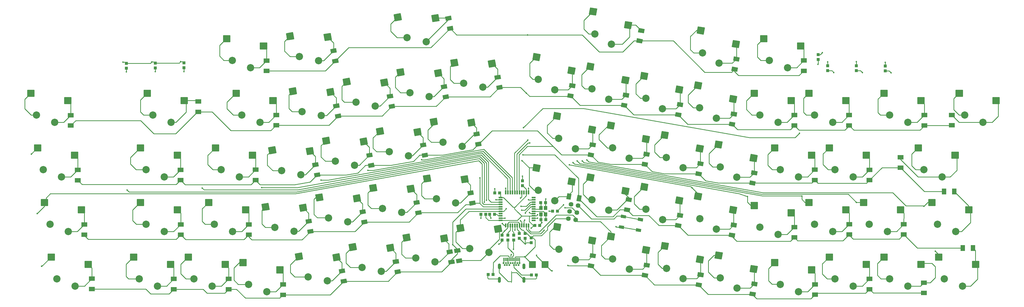
<source format=gbr>
G04 EAGLE Gerber RS-274X export*
G75*
%MOMM*%
%FSLAX34Y34*%
%LPD*%
%INTop Copper*%
%IPPOS*%
%AMOC8*
5,1,8,0,0,1.08239X$1,22.5*%
G01*
%ADD10C,2.540000*%
%ADD11C,0.248919*%
%ADD12R,2.100000X1.500000*%
%ADD13R,1.500000X2.100000*%
%ADD14R,0.508000X1.473200*%
%ADD15R,1.473200X0.508000*%
%ADD16R,0.200000X1.000000*%
%ADD17R,0.300000X1.200000*%
%ADD18C,0.654000*%
%ADD19C,1.000000*%
%ADD20R,1.000000X1.100000*%
%ADD21R,1.100000X1.000000*%
%ADD22R,2.400000X2.400000*%
%ADD23R,1.200000X1.400000*%
%ADD24R,1.800000X1.100000*%
%ADD25C,1.625600*%
%ADD26C,0.279400*%
%ADD27C,0.525000*%


D10*
X-85690Y355520D03*
X-22190Y330120D03*
D11*
X11566Y395118D02*
X34478Y395118D01*
X11566Y395118D02*
X11566Y417522D01*
X34478Y417522D01*
X34478Y395118D01*
X34478Y397483D02*
X11566Y397483D01*
X11566Y399848D02*
X34478Y399848D01*
X34478Y402213D02*
X11566Y402213D01*
X11566Y404578D02*
X34478Y404578D01*
X34478Y406943D02*
X11566Y406943D01*
X11566Y409308D02*
X34478Y409308D01*
X34478Y411673D02*
X11566Y411673D01*
X11566Y414038D02*
X34478Y414038D01*
X34478Y416403D02*
X11566Y416403D01*
X-94046Y420518D02*
X-116958Y420518D01*
X-116958Y442922D01*
X-94046Y442922D01*
X-94046Y420518D01*
X-94046Y422883D02*
X-116958Y422883D01*
X-116958Y425248D02*
X-94046Y425248D01*
X-94046Y427613D02*
X-116958Y427613D01*
X-116958Y429978D02*
X-94046Y429978D01*
X-94046Y432343D02*
X-116958Y432343D01*
X-116958Y434708D02*
X-94046Y434708D01*
X-94046Y437073D02*
X-116958Y437073D01*
X-116958Y439438D02*
X-94046Y439438D01*
X-94046Y441803D02*
X-116958Y441803D01*
D10*
X272440Y355600D03*
X335940Y330200D03*
D11*
X369696Y395198D02*
X392608Y395198D01*
X369696Y395198D02*
X369696Y417602D01*
X392608Y417602D01*
X392608Y395198D01*
X392608Y397563D02*
X369696Y397563D01*
X369696Y399928D02*
X392608Y399928D01*
X392608Y402293D02*
X369696Y402293D01*
X369696Y404658D02*
X392608Y404658D01*
X392608Y407023D02*
X369696Y407023D01*
X369696Y409388D02*
X392608Y409388D01*
X392608Y411753D02*
X369696Y411753D01*
X369696Y414118D02*
X392608Y414118D01*
X392608Y416483D02*
X369696Y416483D01*
X264084Y420598D02*
X241172Y420598D01*
X241172Y443002D01*
X264084Y443002D01*
X264084Y420598D01*
X264084Y422963D02*
X241172Y422963D01*
X241172Y425328D02*
X264084Y425328D01*
X264084Y427693D02*
X241172Y427693D01*
X241172Y430058D02*
X264084Y430058D01*
X264084Y432423D02*
X241172Y432423D01*
X241172Y434788D02*
X264084Y434788D01*
X264084Y437153D02*
X241172Y437153D01*
X241172Y439518D02*
X264084Y439518D01*
X264084Y441883D02*
X241172Y441883D01*
D10*
X534420Y355570D03*
X597920Y330170D03*
D11*
X631676Y395168D02*
X654588Y395168D01*
X631676Y395168D02*
X631676Y417572D01*
X654588Y417572D01*
X654588Y395168D01*
X654588Y397533D02*
X631676Y397533D01*
X631676Y399898D02*
X654588Y399898D01*
X654588Y402263D02*
X631676Y402263D01*
X631676Y404628D02*
X654588Y404628D01*
X654588Y406993D02*
X631676Y406993D01*
X631676Y409358D02*
X654588Y409358D01*
X654588Y411723D02*
X631676Y411723D01*
X631676Y414088D02*
X654588Y414088D01*
X654588Y416453D02*
X631676Y416453D01*
X526064Y420568D02*
X503152Y420568D01*
X503152Y442972D01*
X526064Y442972D01*
X526064Y420568D01*
X526064Y422933D02*
X503152Y422933D01*
X503152Y425298D02*
X526064Y425298D01*
X526064Y427663D02*
X503152Y427663D01*
X503152Y430028D02*
X526064Y430028D01*
X526064Y432393D02*
X503152Y432393D01*
X503152Y434758D02*
X526064Y434758D01*
X526064Y437123D02*
X503152Y437123D01*
X503152Y439488D02*
X526064Y439488D01*
X526064Y441853D02*
X503152Y441853D01*
D10*
X744710Y351780D03*
X811655Y337792D03*
D11*
X833613Y407665D02*
X856176Y411644D01*
X833613Y407665D02*
X829722Y429728D01*
X852285Y433707D01*
X856176Y411644D01*
X847024Y410030D02*
X833196Y410030D01*
X832779Y412395D02*
X856044Y412395D01*
X855626Y414760D02*
X832362Y414760D01*
X831945Y417125D02*
X855209Y417125D01*
X854792Y419490D02*
X831528Y419490D01*
X831110Y421855D02*
X854375Y421855D01*
X853958Y424220D02*
X830693Y424220D01*
X830276Y426585D02*
X853541Y426585D01*
X853124Y428950D02*
X829859Y428950D01*
X838721Y431315D02*
X852707Y431315D01*
X852290Y433680D02*
X852132Y433680D01*
X725194Y414340D02*
X702631Y410361D01*
X698740Y432424D01*
X721303Y436403D01*
X725194Y414340D01*
X716042Y412726D02*
X702214Y412726D01*
X701797Y415091D02*
X725062Y415091D01*
X724644Y417456D02*
X701380Y417456D01*
X700963Y419821D02*
X724227Y419821D01*
X723810Y422186D02*
X700546Y422186D01*
X700128Y424551D02*
X723393Y424551D01*
X722976Y426916D02*
X699711Y426916D01*
X699294Y429281D02*
X722559Y429281D01*
X722142Y431646D02*
X698877Y431646D01*
X707739Y434011D02*
X721725Y434011D01*
X721308Y436376D02*
X721150Y436376D01*
D10*
X1004050Y590900D03*
X1070995Y576912D03*
D11*
X1092953Y646785D02*
X1115516Y650764D01*
X1092953Y646785D02*
X1089062Y668848D01*
X1111625Y672827D01*
X1115516Y650764D01*
X1106364Y649150D02*
X1092536Y649150D01*
X1092119Y651515D02*
X1115384Y651515D01*
X1114966Y653880D02*
X1091702Y653880D01*
X1091285Y656245D02*
X1114549Y656245D01*
X1114132Y658610D02*
X1090868Y658610D01*
X1090450Y660975D02*
X1113715Y660975D01*
X1113298Y663340D02*
X1090033Y663340D01*
X1089616Y665705D02*
X1112881Y665705D01*
X1112464Y668070D02*
X1089199Y668070D01*
X1098061Y670435D02*
X1112047Y670435D01*
X1111630Y672800D02*
X1111472Y672800D01*
X984534Y653460D02*
X961971Y649481D01*
X958080Y671544D01*
X980643Y675523D01*
X984534Y653460D01*
X975382Y651846D02*
X961554Y651846D01*
X961137Y654211D02*
X984402Y654211D01*
X983984Y656576D02*
X960720Y656576D01*
X960303Y658941D02*
X983567Y658941D01*
X983150Y661306D02*
X959886Y661306D01*
X959468Y663671D02*
X982733Y663671D01*
X982316Y666036D02*
X959051Y666036D01*
X958634Y668401D02*
X981899Y668401D01*
X981482Y670766D02*
X958217Y670766D01*
X967079Y673131D02*
X981065Y673131D01*
X980648Y675496D02*
X980490Y675496D01*
D10*
X1191650Y624020D03*
X1258595Y610032D03*
D11*
X1280553Y679905D02*
X1303116Y683884D01*
X1280553Y679905D02*
X1276662Y701968D01*
X1299225Y705947D01*
X1303116Y683884D01*
X1293964Y682270D02*
X1280136Y682270D01*
X1279719Y684635D02*
X1302984Y684635D01*
X1302566Y687000D02*
X1279302Y687000D01*
X1278885Y689365D02*
X1302149Y689365D01*
X1301732Y691730D02*
X1278468Y691730D01*
X1278050Y694095D02*
X1301315Y694095D01*
X1300898Y696460D02*
X1277633Y696460D01*
X1277216Y698825D02*
X1300481Y698825D01*
X1300064Y701190D02*
X1276799Y701190D01*
X1285661Y703555D02*
X1299647Y703555D01*
X1299230Y705920D02*
X1299072Y705920D01*
X1172134Y686580D02*
X1149571Y682601D01*
X1145680Y704664D01*
X1168243Y708643D01*
X1172134Y686580D01*
X1162982Y684966D02*
X1149154Y684966D01*
X1148737Y687331D02*
X1172002Y687331D01*
X1171584Y689696D02*
X1148320Y689696D01*
X1147903Y692061D02*
X1171167Y692061D01*
X1170750Y694426D02*
X1147486Y694426D01*
X1147068Y696791D02*
X1170333Y696791D01*
X1169916Y699156D02*
X1146651Y699156D01*
X1146234Y701521D02*
X1169499Y701521D01*
X1169082Y703886D02*
X1145817Y703886D01*
X1154679Y706251D02*
X1168665Y706251D01*
X1168248Y708616D02*
X1168090Y708616D01*
D10*
X1307550Y450970D03*
X1374495Y436982D03*
D11*
X1396453Y506855D02*
X1419016Y510834D01*
X1396453Y506855D02*
X1392562Y528918D01*
X1415125Y532897D01*
X1419016Y510834D01*
X1409864Y509220D02*
X1396036Y509220D01*
X1395619Y511585D02*
X1418884Y511585D01*
X1418466Y513950D02*
X1395202Y513950D01*
X1394785Y516315D02*
X1418049Y516315D01*
X1417632Y518680D02*
X1394368Y518680D01*
X1393950Y521045D02*
X1417215Y521045D01*
X1416798Y523410D02*
X1393533Y523410D01*
X1393116Y525775D02*
X1416381Y525775D01*
X1415964Y528140D02*
X1392699Y528140D01*
X1401561Y530505D02*
X1415547Y530505D01*
X1415130Y532870D02*
X1414972Y532870D01*
X1288034Y513530D02*
X1265471Y509551D01*
X1261580Y531614D01*
X1284143Y535593D01*
X1288034Y513530D01*
X1278882Y511916D02*
X1265054Y511916D01*
X1264637Y514281D02*
X1287902Y514281D01*
X1287484Y516646D02*
X1264220Y516646D01*
X1263803Y519011D02*
X1287067Y519011D01*
X1286650Y521376D02*
X1263386Y521376D01*
X1262968Y523741D02*
X1286233Y523741D01*
X1285816Y526106D02*
X1262551Y526106D01*
X1262134Y528471D02*
X1285399Y528471D01*
X1284982Y530836D02*
X1261717Y530836D01*
X1270579Y533201D02*
X1284565Y533201D01*
X1284148Y535566D02*
X1283990Y535566D01*
D10*
X1710188Y464252D03*
X1768313Y428211D03*
D11*
X1812843Y486360D02*
X1835406Y482381D01*
X1812843Y486360D02*
X1816734Y508423D01*
X1839297Y504444D01*
X1835406Y482381D01*
X1835823Y484746D02*
X1821995Y484746D01*
X1812975Y487111D02*
X1836240Y487111D01*
X1836657Y489476D02*
X1813393Y489476D01*
X1813810Y491841D02*
X1837074Y491841D01*
X1837491Y494206D02*
X1814227Y494206D01*
X1814644Y496571D02*
X1837909Y496571D01*
X1838326Y498936D02*
X1815061Y498936D01*
X1815478Y501301D02*
X1838743Y501301D01*
X1839160Y503666D02*
X1815895Y503666D01*
X1816312Y506031D02*
X1830298Y506031D01*
X1816887Y508396D02*
X1816729Y508396D01*
X1713245Y529714D02*
X1690682Y533693D01*
X1694573Y555756D01*
X1717136Y551777D01*
X1713245Y529714D01*
X1713662Y532079D02*
X1699834Y532079D01*
X1690814Y534444D02*
X1714079Y534444D01*
X1714496Y536809D02*
X1691232Y536809D01*
X1691649Y539174D02*
X1714913Y539174D01*
X1715330Y541539D02*
X1692066Y541539D01*
X1692483Y543904D02*
X1715748Y543904D01*
X1716165Y546269D02*
X1692900Y546269D01*
X1693317Y548634D02*
X1716582Y548634D01*
X1716999Y550999D02*
X1693734Y550999D01*
X1694151Y553364D02*
X1708137Y553364D01*
X1694726Y555729D02*
X1694568Y555729D01*
D10*
X1897838Y431212D03*
X1955963Y395171D03*
D11*
X2000493Y453320D02*
X2023056Y449341D01*
X2000493Y453320D02*
X2004384Y475383D01*
X2026947Y471404D01*
X2023056Y449341D01*
X2023473Y451706D02*
X2009645Y451706D01*
X2000625Y454071D02*
X2023890Y454071D01*
X2024307Y456436D02*
X2001043Y456436D01*
X2001460Y458801D02*
X2024724Y458801D01*
X2025141Y461166D02*
X2001877Y461166D01*
X2002294Y463531D02*
X2025559Y463531D01*
X2025976Y465896D02*
X2002711Y465896D01*
X2003128Y468261D02*
X2026393Y468261D01*
X2026810Y470626D02*
X2003545Y470626D01*
X2003962Y472991D02*
X2017948Y472991D01*
X2004537Y475356D02*
X2004379Y475356D01*
X1900895Y496674D02*
X1878332Y500653D01*
X1882223Y522716D01*
X1904786Y518737D01*
X1900895Y496674D01*
X1901312Y499039D02*
X1887484Y499039D01*
X1878464Y501404D02*
X1901729Y501404D01*
X1902146Y503769D02*
X1878882Y503769D01*
X1879299Y506134D02*
X1902563Y506134D01*
X1902980Y508499D02*
X1879716Y508499D01*
X1880133Y510864D02*
X1903398Y510864D01*
X1903815Y513229D02*
X1880550Y513229D01*
X1880967Y515594D02*
X1904232Y515594D01*
X1904649Y517959D02*
X1881384Y517959D01*
X1881801Y520324D02*
X1895787Y520324D01*
X1882376Y522689D02*
X1882218Y522689D01*
D10*
X2085448Y398082D03*
X2143573Y362041D03*
D11*
X2188103Y420190D02*
X2210666Y416211D01*
X2188103Y420190D02*
X2191994Y442253D01*
X2214557Y438274D01*
X2210666Y416211D01*
X2211083Y418576D02*
X2197255Y418576D01*
X2188235Y420941D02*
X2211500Y420941D01*
X2211917Y423306D02*
X2188653Y423306D01*
X2189070Y425671D02*
X2212334Y425671D01*
X2212751Y428036D02*
X2189487Y428036D01*
X2189904Y430401D02*
X2213169Y430401D01*
X2213586Y432766D02*
X2190321Y432766D01*
X2190738Y435131D02*
X2214003Y435131D01*
X2214420Y437496D02*
X2191155Y437496D01*
X2191572Y439861D02*
X2205558Y439861D01*
X2192147Y442226D02*
X2191989Y442226D01*
X2088505Y463544D02*
X2065942Y467523D01*
X2069833Y489586D01*
X2092396Y485607D01*
X2088505Y463544D01*
X2088922Y465909D02*
X2075094Y465909D01*
X2066074Y468274D02*
X2089339Y468274D01*
X2089756Y470639D02*
X2066492Y470639D01*
X2066909Y473004D02*
X2090173Y473004D01*
X2090590Y475369D02*
X2067326Y475369D01*
X2067743Y477734D02*
X2091008Y477734D01*
X2091425Y480099D02*
X2068160Y480099D01*
X2068577Y482464D02*
X2091842Y482464D01*
X2092259Y484829D02*
X2068994Y484829D01*
X2069411Y487194D02*
X2083397Y487194D01*
X2069986Y489559D02*
X2069828Y489559D01*
D10*
X2273078Y365012D03*
X2331203Y328971D03*
D11*
X2375733Y387120D02*
X2398296Y383141D01*
X2375733Y387120D02*
X2379624Y409183D01*
X2402187Y405204D01*
X2398296Y383141D01*
X2398713Y385506D02*
X2384885Y385506D01*
X2375865Y387871D02*
X2399130Y387871D01*
X2399547Y390236D02*
X2376283Y390236D01*
X2376700Y392601D02*
X2399964Y392601D01*
X2400381Y394966D02*
X2377117Y394966D01*
X2377534Y397331D02*
X2400799Y397331D01*
X2401216Y399696D02*
X2377951Y399696D01*
X2378368Y402061D02*
X2401633Y402061D01*
X2402050Y404426D02*
X2378785Y404426D01*
X2379202Y406791D02*
X2393188Y406791D01*
X2379777Y409156D02*
X2379619Y409156D01*
X2276135Y430474D02*
X2253572Y434453D01*
X2257463Y456516D01*
X2280026Y452537D01*
X2276135Y430474D01*
X2276552Y432839D02*
X2262724Y432839D01*
X2253704Y435204D02*
X2276969Y435204D01*
X2277386Y437569D02*
X2254122Y437569D01*
X2254539Y439934D02*
X2277803Y439934D01*
X2278220Y442299D02*
X2254956Y442299D01*
X2255373Y444664D02*
X2278638Y444664D01*
X2279055Y447029D02*
X2255790Y447029D01*
X2256207Y449394D02*
X2279472Y449394D01*
X2279889Y451759D02*
X2256624Y451759D01*
X2257041Y454124D02*
X2271027Y454124D01*
X2257616Y456489D02*
X2257458Y456489D01*
D10*
X2482420Y355600D03*
X2545920Y330200D03*
D11*
X2579676Y395198D02*
X2602588Y395198D01*
X2579676Y395198D02*
X2579676Y417602D01*
X2602588Y417602D01*
X2602588Y395198D01*
X2602588Y397563D02*
X2579676Y397563D01*
X2579676Y399928D02*
X2602588Y399928D01*
X2602588Y402293D02*
X2579676Y402293D01*
X2579676Y404658D02*
X2602588Y404658D01*
X2602588Y407023D02*
X2579676Y407023D01*
X2579676Y409388D02*
X2602588Y409388D01*
X2602588Y411753D02*
X2579676Y411753D01*
X2579676Y414118D02*
X2602588Y414118D01*
X2602588Y416483D02*
X2579676Y416483D01*
X2474064Y420598D02*
X2451152Y420598D01*
X2451152Y443002D01*
X2474064Y443002D01*
X2474064Y420598D01*
X2474064Y422963D02*
X2451152Y422963D01*
X2451152Y425328D02*
X2474064Y425328D01*
X2474064Y427693D02*
X2451152Y427693D01*
X2451152Y430058D02*
X2474064Y430058D01*
X2474064Y432423D02*
X2451152Y432423D01*
X2451152Y434788D02*
X2474064Y434788D01*
X2474064Y437153D02*
X2451152Y437153D01*
X2451152Y439518D02*
X2474064Y439518D01*
X2474064Y441883D02*
X2451152Y441883D01*
D10*
X2672940Y355630D03*
X2736440Y330230D03*
D11*
X2770196Y395228D02*
X2793108Y395228D01*
X2770196Y395228D02*
X2770196Y417632D01*
X2793108Y417632D01*
X2793108Y395228D01*
X2793108Y397593D02*
X2770196Y397593D01*
X2770196Y399958D02*
X2793108Y399958D01*
X2793108Y402323D02*
X2770196Y402323D01*
X2770196Y404688D02*
X2793108Y404688D01*
X2793108Y407053D02*
X2770196Y407053D01*
X2770196Y409418D02*
X2793108Y409418D01*
X2793108Y411783D02*
X2770196Y411783D01*
X2770196Y414148D02*
X2793108Y414148D01*
X2793108Y416513D02*
X2770196Y416513D01*
X2664584Y420628D02*
X2641672Y420628D01*
X2641672Y443032D01*
X2664584Y443032D01*
X2664584Y420628D01*
X2664584Y422993D02*
X2641672Y422993D01*
X2641672Y425358D02*
X2664584Y425358D01*
X2664584Y427723D02*
X2641672Y427723D01*
X2641672Y430088D02*
X2664584Y430088D01*
X2664584Y432453D02*
X2641672Y432453D01*
X2641672Y434818D02*
X2664584Y434818D01*
X2664584Y437183D02*
X2641672Y437183D01*
X2641672Y439548D02*
X2664584Y439548D01*
X2664584Y441913D02*
X2641672Y441913D01*
D10*
X2982440Y355570D03*
X3045940Y330170D03*
D11*
X3079696Y395168D02*
X3102608Y395168D01*
X3079696Y395168D02*
X3079696Y417572D01*
X3102608Y417572D01*
X3102608Y395168D01*
X3102608Y397533D02*
X3079696Y397533D01*
X3079696Y399898D02*
X3102608Y399898D01*
X3102608Y402263D02*
X3079696Y402263D01*
X3079696Y404628D02*
X3102608Y404628D01*
X3102608Y406993D02*
X3079696Y406993D01*
X3079696Y409358D02*
X3102608Y409358D01*
X3102608Y411723D02*
X3079696Y411723D01*
X3079696Y414088D02*
X3102608Y414088D01*
X3102608Y416453D02*
X3079696Y416453D01*
X2974084Y420568D02*
X2951172Y420568D01*
X2951172Y442972D01*
X2974084Y442972D01*
X2974084Y420568D01*
X2974084Y422933D02*
X2951172Y422933D01*
X2951172Y425298D02*
X2974084Y425298D01*
X2974084Y427663D02*
X2951172Y427663D01*
X2951172Y430028D02*
X2974084Y430028D01*
X2974084Y432393D02*
X2951172Y432393D01*
X2951172Y434758D02*
X2974084Y434758D01*
X2974084Y437123D02*
X2951172Y437123D01*
X2951172Y439488D02*
X2974084Y439488D01*
X2974084Y441853D02*
X2951172Y441853D01*
D10*
X3030090Y165070D03*
X3093590Y139670D03*
D11*
X3127346Y204668D02*
X3150258Y204668D01*
X3127346Y204668D02*
X3127346Y227072D01*
X3150258Y227072D01*
X3150258Y204668D01*
X3150258Y207033D02*
X3127346Y207033D01*
X3127346Y209398D02*
X3150258Y209398D01*
X3150258Y211763D02*
X3127346Y211763D01*
X3127346Y214128D02*
X3150258Y214128D01*
X3150258Y216493D02*
X3127346Y216493D01*
X3127346Y218858D02*
X3150258Y218858D01*
X3150258Y221223D02*
X3127346Y221223D01*
X3127346Y223588D02*
X3150258Y223588D01*
X3150258Y225953D02*
X3127346Y225953D01*
X3021734Y230068D02*
X2998822Y230068D01*
X2998822Y252472D01*
X3021734Y252472D01*
X3021734Y230068D01*
X3021734Y232433D02*
X2998822Y232433D01*
X2998822Y234798D02*
X3021734Y234798D01*
X3021734Y237163D02*
X2998822Y237163D01*
X2998822Y239528D02*
X3021734Y239528D01*
X3021734Y241893D02*
X2998822Y241893D01*
X2998822Y244258D02*
X3021734Y244258D01*
X3021734Y246623D02*
X2998822Y246623D01*
X2998822Y248988D02*
X3021734Y248988D01*
X3021734Y251353D02*
X2998822Y251353D01*
D10*
X-109520Y546070D03*
X-46020Y520670D03*
D11*
X-12264Y585668D02*
X10648Y585668D01*
X-12264Y585668D02*
X-12264Y608072D01*
X10648Y608072D01*
X10648Y585668D01*
X10648Y588033D02*
X-12264Y588033D01*
X-12264Y590398D02*
X10648Y590398D01*
X10648Y592763D02*
X-12264Y592763D01*
X-12264Y595128D02*
X10648Y595128D01*
X10648Y597493D02*
X-12264Y597493D01*
X-12264Y599858D02*
X10648Y599858D01*
X10648Y602223D02*
X-12264Y602223D01*
X-12264Y604588D02*
X10648Y604588D01*
X10648Y606953D02*
X-12264Y606953D01*
X-117876Y611068D02*
X-140788Y611068D01*
X-140788Y633472D01*
X-117876Y633472D01*
X-117876Y611068D01*
X-117876Y613433D02*
X-140788Y613433D01*
X-140788Y615798D02*
X-117876Y615798D01*
X-117876Y618163D02*
X-140788Y618163D01*
X-140788Y620528D02*
X-117876Y620528D01*
X-117876Y622893D02*
X-140788Y622893D01*
X-140788Y625258D02*
X-117876Y625258D01*
X-117876Y627623D02*
X-140788Y627623D01*
X-140788Y629988D02*
X-117876Y629988D01*
X-117876Y632353D02*
X-140788Y632353D01*
D10*
X296320Y546070D03*
X359820Y520670D03*
D11*
X393576Y585668D02*
X416488Y585668D01*
X393576Y585668D02*
X393576Y608072D01*
X416488Y608072D01*
X416488Y585668D01*
X416488Y588033D02*
X393576Y588033D01*
X393576Y590398D02*
X416488Y590398D01*
X416488Y592763D02*
X393576Y592763D01*
X393576Y595128D02*
X416488Y595128D01*
X416488Y597493D02*
X393576Y597493D01*
X393576Y599858D02*
X416488Y599858D01*
X416488Y602223D02*
X393576Y602223D01*
X393576Y604588D02*
X416488Y604588D01*
X416488Y606953D02*
X393576Y606953D01*
X287964Y611068D02*
X265052Y611068D01*
X265052Y633472D01*
X287964Y633472D01*
X287964Y611068D01*
X287964Y613433D02*
X265052Y613433D01*
X265052Y615798D02*
X287964Y615798D01*
X287964Y618163D02*
X265052Y618163D01*
X265052Y620528D02*
X287964Y620528D01*
X287964Y622893D02*
X265052Y622893D01*
X265052Y625258D02*
X287964Y625258D01*
X287964Y627623D02*
X265052Y627623D01*
X265052Y629988D02*
X287964Y629988D01*
X287964Y632353D02*
X265052Y632353D01*
D10*
X605840Y546050D03*
X669340Y520650D03*
D11*
X703096Y585648D02*
X726008Y585648D01*
X703096Y585648D02*
X703096Y608052D01*
X726008Y608052D01*
X726008Y585648D01*
X726008Y588013D02*
X703096Y588013D01*
X703096Y590378D02*
X726008Y590378D01*
X726008Y592743D02*
X703096Y592743D01*
X703096Y595108D02*
X726008Y595108D01*
X726008Y597473D02*
X703096Y597473D01*
X703096Y599838D02*
X726008Y599838D01*
X726008Y602203D02*
X703096Y602203D01*
X703096Y604568D02*
X726008Y604568D01*
X726008Y606933D02*
X703096Y606933D01*
X597484Y611048D02*
X574572Y611048D01*
X574572Y633452D01*
X597484Y633452D01*
X597484Y611048D01*
X597484Y613413D02*
X574572Y613413D01*
X574572Y615778D02*
X597484Y615778D01*
X597484Y618143D02*
X574572Y618143D01*
X574572Y620508D02*
X597484Y620508D01*
X597484Y622873D02*
X574572Y622873D01*
X574572Y625238D02*
X597484Y625238D01*
X597484Y627603D02*
X574572Y627603D01*
X574572Y629968D02*
X597484Y629968D01*
X597484Y632333D02*
X574572Y632333D01*
D10*
X816440Y557800D03*
X883385Y543812D03*
D11*
X905343Y613685D02*
X927906Y617664D01*
X905343Y613685D02*
X901452Y635748D01*
X924015Y639727D01*
X927906Y617664D01*
X918754Y616050D02*
X904926Y616050D01*
X904509Y618415D02*
X927774Y618415D01*
X927356Y620780D02*
X904092Y620780D01*
X903675Y623145D02*
X926939Y623145D01*
X926522Y625510D02*
X903258Y625510D01*
X902840Y627875D02*
X926105Y627875D01*
X925688Y630240D02*
X902423Y630240D01*
X902006Y632605D02*
X925271Y632605D01*
X924854Y634970D02*
X901589Y634970D01*
X910451Y637335D02*
X924437Y637335D01*
X924020Y639700D02*
X923862Y639700D01*
X796924Y620360D02*
X774361Y616381D01*
X770470Y638444D01*
X793033Y642423D01*
X796924Y620360D01*
X787772Y618746D02*
X773944Y618746D01*
X773527Y621111D02*
X796792Y621111D01*
X796374Y623476D02*
X773110Y623476D01*
X772693Y625841D02*
X795957Y625841D01*
X795540Y628206D02*
X772276Y628206D01*
X771858Y630571D02*
X795123Y630571D01*
X794706Y632936D02*
X771441Y632936D01*
X771024Y635301D02*
X794289Y635301D01*
X793872Y637666D02*
X770607Y637666D01*
X779469Y640031D02*
X793455Y640031D01*
X793038Y642396D02*
X792880Y642396D01*
D10*
X2211178Y762802D03*
X2269303Y726761D03*
D11*
X2313833Y784910D02*
X2336396Y780931D01*
X2313833Y784910D02*
X2317724Y806973D01*
X2340287Y802994D01*
X2336396Y780931D01*
X2336813Y783296D02*
X2322985Y783296D01*
X2313965Y785661D02*
X2337230Y785661D01*
X2337647Y788026D02*
X2314383Y788026D01*
X2314800Y790391D02*
X2338064Y790391D01*
X2338481Y792756D02*
X2315217Y792756D01*
X2315634Y795121D02*
X2338899Y795121D01*
X2339316Y797486D02*
X2316051Y797486D01*
X2316468Y799851D02*
X2339733Y799851D01*
X2340150Y802216D02*
X2316885Y802216D01*
X2317302Y804581D02*
X2331288Y804581D01*
X2317877Y806946D02*
X2317719Y806946D01*
X2214235Y828264D02*
X2191672Y832243D01*
X2195563Y854306D01*
X2218126Y850327D01*
X2214235Y828264D01*
X2214652Y830629D02*
X2200824Y830629D01*
X2191804Y832994D02*
X2215069Y832994D01*
X2215486Y835359D02*
X2192222Y835359D01*
X2192639Y837724D02*
X2215903Y837724D01*
X2216320Y840089D02*
X2193056Y840089D01*
X2193473Y842454D02*
X2216738Y842454D01*
X2217155Y844819D02*
X2193890Y844819D01*
X2194307Y847184D02*
X2217572Y847184D01*
X2217989Y849549D02*
X2194724Y849549D01*
X2195141Y851914D02*
X2209127Y851914D01*
X2195716Y854279D02*
X2195558Y854279D01*
D10*
X2444040Y736600D03*
X2507540Y711200D03*
D11*
X2541296Y776198D02*
X2564208Y776198D01*
X2541296Y776198D02*
X2541296Y798602D01*
X2564208Y798602D01*
X2564208Y776198D01*
X2564208Y778563D02*
X2541296Y778563D01*
X2541296Y780928D02*
X2564208Y780928D01*
X2564208Y783293D02*
X2541296Y783293D01*
X2541296Y785658D02*
X2564208Y785658D01*
X2564208Y788023D02*
X2541296Y788023D01*
X2541296Y790388D02*
X2564208Y790388D01*
X2564208Y792753D02*
X2541296Y792753D01*
X2541296Y795118D02*
X2564208Y795118D01*
X2564208Y797483D02*
X2541296Y797483D01*
X2435684Y801598D02*
X2412772Y801598D01*
X2412772Y824002D01*
X2435684Y824002D01*
X2435684Y801598D01*
X2435684Y803963D02*
X2412772Y803963D01*
X2412772Y806328D02*
X2435684Y806328D01*
X2435684Y808693D02*
X2412772Y808693D01*
X2412772Y811058D02*
X2435684Y811058D01*
X2435684Y813423D02*
X2412772Y813423D01*
X2412772Y815788D02*
X2435684Y815788D01*
X2435684Y818153D02*
X2412772Y818153D01*
X2412772Y820518D02*
X2435684Y820518D01*
X2435684Y822883D02*
X2412772Y822883D01*
D10*
X1379230Y657070D03*
X1446175Y643082D03*
D11*
X1468133Y712955D02*
X1490696Y716934D01*
X1468133Y712955D02*
X1464242Y735018D01*
X1486805Y738997D01*
X1490696Y716934D01*
X1481544Y715320D02*
X1467716Y715320D01*
X1467299Y717685D02*
X1490564Y717685D01*
X1490146Y720050D02*
X1466882Y720050D01*
X1466465Y722415D02*
X1489729Y722415D01*
X1489312Y724780D02*
X1466048Y724780D01*
X1465630Y727145D02*
X1488895Y727145D01*
X1488478Y729510D02*
X1465213Y729510D01*
X1464796Y731875D02*
X1488061Y731875D01*
X1487644Y734240D02*
X1464379Y734240D01*
X1473241Y736605D02*
X1487227Y736605D01*
X1486810Y738970D02*
X1486652Y738970D01*
X1359714Y719630D02*
X1337151Y715651D01*
X1333260Y737714D01*
X1355823Y741693D01*
X1359714Y719630D01*
X1350562Y718016D02*
X1336734Y718016D01*
X1336317Y720381D02*
X1359582Y720381D01*
X1359164Y722746D02*
X1335900Y722746D01*
X1335483Y725111D02*
X1358747Y725111D01*
X1358330Y727476D02*
X1335066Y727476D01*
X1334648Y729841D02*
X1357913Y729841D01*
X1357496Y732206D02*
X1334231Y732206D01*
X1333814Y734571D02*
X1357079Y734571D01*
X1356662Y736936D02*
X1333397Y736936D01*
X1342259Y739301D02*
X1356245Y739301D01*
X1355828Y741666D02*
X1355670Y741666D01*
D10*
X1638758Y670352D03*
X1696883Y634311D03*
D11*
X1741413Y692460D02*
X1763976Y688481D01*
X1741413Y692460D02*
X1745304Y714523D01*
X1767867Y710544D01*
X1763976Y688481D01*
X1764393Y690846D02*
X1750565Y690846D01*
X1741545Y693211D02*
X1764810Y693211D01*
X1765227Y695576D02*
X1741963Y695576D01*
X1742380Y697941D02*
X1765644Y697941D01*
X1766061Y700306D02*
X1742797Y700306D01*
X1743214Y702671D02*
X1766479Y702671D01*
X1766896Y705036D02*
X1743631Y705036D01*
X1744048Y707401D02*
X1767313Y707401D01*
X1767730Y709766D02*
X1744465Y709766D01*
X1744882Y712131D02*
X1758868Y712131D01*
X1745457Y714496D02*
X1745299Y714496D01*
X1641815Y735814D02*
X1619252Y739793D01*
X1623143Y761856D01*
X1645706Y757877D01*
X1641815Y735814D01*
X1642232Y738179D02*
X1628404Y738179D01*
X1619384Y740544D02*
X1642649Y740544D01*
X1643066Y742909D02*
X1619802Y742909D01*
X1620219Y745274D02*
X1643483Y745274D01*
X1643900Y747639D02*
X1620636Y747639D01*
X1621053Y750004D02*
X1644318Y750004D01*
X1644735Y752369D02*
X1621470Y752369D01*
X1621887Y754734D02*
X1645152Y754734D01*
X1645569Y757099D02*
X1622304Y757099D01*
X1622721Y759464D02*
X1636707Y759464D01*
X1623296Y761829D02*
X1623138Y761829D01*
D10*
X1826418Y637252D03*
X1884543Y601211D03*
D11*
X1929073Y659360D02*
X1951636Y655381D01*
X1929073Y659360D02*
X1932964Y681423D01*
X1955527Y677444D01*
X1951636Y655381D01*
X1952053Y657746D02*
X1938225Y657746D01*
X1929205Y660111D02*
X1952470Y660111D01*
X1952887Y662476D02*
X1929623Y662476D01*
X1930040Y664841D02*
X1953304Y664841D01*
X1953721Y667206D02*
X1930457Y667206D01*
X1930874Y669571D02*
X1954139Y669571D01*
X1954556Y671936D02*
X1931291Y671936D01*
X1931708Y674301D02*
X1954973Y674301D01*
X1955390Y676666D02*
X1932125Y676666D01*
X1932542Y679031D02*
X1946528Y679031D01*
X1933117Y681396D02*
X1932959Y681396D01*
X1829475Y702714D02*
X1806912Y706693D01*
X1810803Y728756D01*
X1833366Y724777D01*
X1829475Y702714D01*
X1829892Y705079D02*
X1816064Y705079D01*
X1807044Y707444D02*
X1830309Y707444D01*
X1830726Y709809D02*
X1807462Y709809D01*
X1807879Y712174D02*
X1831143Y712174D01*
X1831560Y714539D02*
X1808296Y714539D01*
X1808713Y716904D02*
X1831978Y716904D01*
X1832395Y719269D02*
X1809130Y719269D01*
X1809547Y721634D02*
X1832812Y721634D01*
X1833229Y723999D02*
X1809964Y723999D01*
X1810381Y726364D02*
X1824367Y726364D01*
X1810956Y728729D02*
X1810798Y728729D01*
D10*
X2013948Y604132D03*
X2072073Y568091D03*
D11*
X2116603Y626240D02*
X2139166Y622261D01*
X2116603Y626240D02*
X2120494Y648303D01*
X2143057Y644324D01*
X2139166Y622261D01*
X2139583Y624626D02*
X2125755Y624626D01*
X2116735Y626991D02*
X2140000Y626991D01*
X2140417Y629356D02*
X2117153Y629356D01*
X2117570Y631721D02*
X2140834Y631721D01*
X2141251Y634086D02*
X2117987Y634086D01*
X2118404Y636451D02*
X2141669Y636451D01*
X2142086Y638816D02*
X2118821Y638816D01*
X2119238Y641181D02*
X2142503Y641181D01*
X2142920Y643546D02*
X2119655Y643546D01*
X2120072Y645911D02*
X2134058Y645911D01*
X2120647Y648276D02*
X2120489Y648276D01*
X2017005Y669594D02*
X1994442Y673573D01*
X1998333Y695636D01*
X2020896Y691657D01*
X2017005Y669594D01*
X2017422Y671959D02*
X2003594Y671959D01*
X1994574Y674324D02*
X2017839Y674324D01*
X2018256Y676689D02*
X1994992Y676689D01*
X1995409Y679054D02*
X2018673Y679054D01*
X2019090Y681419D02*
X1995826Y681419D01*
X1996243Y683784D02*
X2019508Y683784D01*
X2019925Y686149D02*
X1996660Y686149D01*
X1997077Y688514D02*
X2020342Y688514D01*
X2020759Y690879D02*
X1997494Y690879D01*
X1997911Y693244D02*
X2011897Y693244D01*
X1998486Y695609D02*
X1998328Y695609D01*
D10*
X2201578Y571082D03*
X2259703Y535041D03*
D11*
X2304233Y593190D02*
X2326796Y589211D01*
X2304233Y593190D02*
X2308124Y615253D01*
X2330687Y611274D01*
X2326796Y589211D01*
X2327213Y591576D02*
X2313385Y591576D01*
X2304365Y593941D02*
X2327630Y593941D01*
X2328047Y596306D02*
X2304783Y596306D01*
X2305200Y598671D02*
X2328464Y598671D01*
X2328881Y601036D02*
X2305617Y601036D01*
X2306034Y603401D02*
X2329299Y603401D01*
X2329716Y605766D02*
X2306451Y605766D01*
X2306868Y608131D02*
X2330133Y608131D01*
X2330550Y610496D02*
X2307285Y610496D01*
X2307702Y612861D02*
X2321688Y612861D01*
X2308277Y615226D02*
X2308119Y615226D01*
X2204635Y636544D02*
X2182072Y640523D01*
X2185963Y662586D01*
X2208526Y658607D01*
X2204635Y636544D01*
X2205052Y638909D02*
X2191224Y638909D01*
X2182204Y641274D02*
X2205469Y641274D01*
X2205886Y643639D02*
X2182622Y643639D01*
X2183039Y646004D02*
X2206303Y646004D01*
X2206720Y648369D02*
X2183456Y648369D01*
X2183873Y650734D02*
X2207138Y650734D01*
X2207555Y653099D02*
X2184290Y653099D01*
X2184707Y655464D02*
X2207972Y655464D01*
X2208389Y657829D02*
X2185124Y657829D01*
X2185541Y660194D02*
X2199527Y660194D01*
X2186116Y662559D02*
X2185958Y662559D01*
D10*
X2410970Y546100D03*
X2474470Y520700D03*
D11*
X2508226Y585698D02*
X2531138Y585698D01*
X2508226Y585698D02*
X2508226Y608102D01*
X2531138Y608102D01*
X2531138Y585698D01*
X2531138Y588063D02*
X2508226Y588063D01*
X2508226Y590428D02*
X2531138Y590428D01*
X2531138Y592793D02*
X2508226Y592793D01*
X2508226Y595158D02*
X2531138Y595158D01*
X2531138Y597523D02*
X2508226Y597523D01*
X2508226Y599888D02*
X2531138Y599888D01*
X2531138Y602253D02*
X2508226Y602253D01*
X2508226Y604618D02*
X2531138Y604618D01*
X2531138Y606983D02*
X2508226Y606983D01*
X2402614Y611098D02*
X2379702Y611098D01*
X2379702Y633502D01*
X2402614Y633502D01*
X2402614Y611098D01*
X2402614Y613463D02*
X2379702Y613463D01*
X2379702Y615828D02*
X2402614Y615828D01*
X2402614Y618193D02*
X2379702Y618193D01*
X2379702Y620558D02*
X2402614Y620558D01*
X2402614Y622923D02*
X2379702Y622923D01*
X2379702Y625288D02*
X2402614Y625288D01*
X2402614Y627653D02*
X2379702Y627653D01*
X2379702Y630018D02*
X2402614Y630018D01*
X2402614Y632383D02*
X2379702Y632383D01*
D10*
X2601490Y546050D03*
X2664990Y520650D03*
D11*
X2698746Y585648D02*
X2721658Y585648D01*
X2698746Y585648D02*
X2698746Y608052D01*
X2721658Y608052D01*
X2721658Y585648D01*
X2721658Y588013D02*
X2698746Y588013D01*
X2698746Y590378D02*
X2721658Y590378D01*
X2721658Y592743D02*
X2698746Y592743D01*
X2698746Y595108D02*
X2721658Y595108D01*
X2721658Y597473D02*
X2698746Y597473D01*
X2698746Y599838D02*
X2721658Y599838D01*
X2721658Y602203D02*
X2698746Y602203D01*
X2698746Y604568D02*
X2721658Y604568D01*
X2721658Y606933D02*
X2698746Y606933D01*
X2593134Y611048D02*
X2570222Y611048D01*
X2570222Y633452D01*
X2593134Y633452D01*
X2593134Y611048D01*
X2593134Y613413D02*
X2570222Y613413D01*
X2570222Y615778D02*
X2593134Y615778D01*
X2593134Y618143D02*
X2570222Y618143D01*
X2570222Y620508D02*
X2593134Y620508D01*
X2593134Y622873D02*
X2570222Y622873D01*
X2570222Y625238D02*
X2593134Y625238D01*
X2593134Y627603D02*
X2570222Y627603D01*
X2570222Y629968D02*
X2593134Y629968D01*
X2593134Y632333D02*
X2570222Y632333D01*
D10*
X2863420Y546100D03*
X2926920Y520700D03*
D11*
X2960676Y585698D02*
X2983588Y585698D01*
X2960676Y585698D02*
X2960676Y608102D01*
X2983588Y608102D01*
X2983588Y585698D01*
X2983588Y588063D02*
X2960676Y588063D01*
X2960676Y590428D02*
X2983588Y590428D01*
X2983588Y592793D02*
X2960676Y592793D01*
X2960676Y595158D02*
X2983588Y595158D01*
X2983588Y597523D02*
X2960676Y597523D01*
X2960676Y599888D02*
X2983588Y599888D01*
X2983588Y602253D02*
X2960676Y602253D01*
X2960676Y604618D02*
X2983588Y604618D01*
X2983588Y606983D02*
X2960676Y606983D01*
X2855064Y611098D02*
X2832152Y611098D01*
X2832152Y633502D01*
X2855064Y633502D01*
X2855064Y611098D01*
X2855064Y613463D02*
X2832152Y613463D01*
X2832152Y615828D02*
X2855064Y615828D01*
X2855064Y618193D02*
X2832152Y618193D01*
X2832152Y620558D02*
X2855064Y620558D01*
X2855064Y622923D02*
X2832152Y622923D01*
X2832152Y625288D02*
X2855064Y625288D01*
X2855064Y627653D02*
X2832152Y627653D01*
X2832152Y630018D02*
X2855064Y630018D01*
X2855064Y632383D02*
X2832152Y632383D01*
D10*
X3125340Y546070D03*
X3188840Y520670D03*
D11*
X3222596Y585668D02*
X3245508Y585668D01*
X3222596Y585668D02*
X3222596Y608072D01*
X3245508Y608072D01*
X3245508Y585668D01*
X3245508Y588033D02*
X3222596Y588033D01*
X3222596Y590398D02*
X3245508Y590398D01*
X3245508Y592763D02*
X3222596Y592763D01*
X3222596Y595128D02*
X3245508Y595128D01*
X3245508Y597493D02*
X3222596Y597493D01*
X3222596Y599858D02*
X3245508Y599858D01*
X3245508Y602223D02*
X3222596Y602223D01*
X3222596Y604588D02*
X3245508Y604588D01*
X3245508Y606953D02*
X3222596Y606953D01*
X3116984Y611068D02*
X3094072Y611068D01*
X3094072Y633472D01*
X3116984Y633472D01*
X3116984Y611068D01*
X3116984Y613433D02*
X3094072Y613433D01*
X3094072Y615798D02*
X3116984Y615798D01*
X3116984Y618163D02*
X3094072Y618163D01*
X3094072Y620528D02*
X3116984Y620528D01*
X3116984Y622893D02*
X3094072Y622893D01*
X3094072Y625258D02*
X3116984Y625258D01*
X3116984Y627623D02*
X3094072Y627623D01*
X3094072Y629988D02*
X3116984Y629988D01*
X3116984Y632353D02*
X3094072Y632353D01*
D10*
X572800Y736570D03*
X636300Y711170D03*
D11*
X670056Y776168D02*
X692968Y776168D01*
X670056Y776168D02*
X670056Y798572D01*
X692968Y798572D01*
X692968Y776168D01*
X692968Y778533D02*
X670056Y778533D01*
X670056Y780898D02*
X692968Y780898D01*
X692968Y783263D02*
X670056Y783263D01*
X670056Y785628D02*
X692968Y785628D01*
X692968Y787993D02*
X670056Y787993D01*
X670056Y790358D02*
X692968Y790358D01*
X692968Y792723D02*
X670056Y792723D01*
X670056Y795088D02*
X692968Y795088D01*
X692968Y797453D02*
X670056Y797453D01*
X564444Y801568D02*
X541532Y801568D01*
X541532Y823972D01*
X564444Y823972D01*
X564444Y801568D01*
X564444Y803933D02*
X541532Y803933D01*
X541532Y806298D02*
X564444Y806298D01*
X564444Y808663D02*
X541532Y808663D01*
X541532Y811028D02*
X564444Y811028D01*
X564444Y813393D02*
X541532Y813393D01*
X541532Y815758D02*
X564444Y815758D01*
X564444Y818123D02*
X541532Y818123D01*
X541532Y820488D02*
X564444Y820488D01*
X564444Y822853D02*
X541532Y822853D01*
D10*
X806840Y749600D03*
X873785Y735612D03*
D11*
X895743Y805485D02*
X918306Y809464D01*
X895743Y805485D02*
X891852Y827548D01*
X914415Y831527D01*
X918306Y809464D01*
X909154Y807850D02*
X895326Y807850D01*
X894909Y810215D02*
X918174Y810215D01*
X917756Y812580D02*
X894492Y812580D01*
X894075Y814945D02*
X917339Y814945D01*
X916922Y817310D02*
X893658Y817310D01*
X893240Y819675D02*
X916505Y819675D01*
X916088Y822040D02*
X892823Y822040D01*
X892406Y824405D02*
X915671Y824405D01*
X915254Y826770D02*
X891989Y826770D01*
X900851Y829135D02*
X914837Y829135D01*
X914420Y831500D02*
X914262Y831500D01*
X787324Y812160D02*
X764761Y808181D01*
X760870Y830244D01*
X783433Y834223D01*
X787324Y812160D01*
X778172Y810546D02*
X764344Y810546D01*
X763927Y812911D02*
X787192Y812911D01*
X786774Y815276D02*
X763510Y815276D01*
X763093Y817641D02*
X786357Y817641D01*
X785940Y820006D02*
X762676Y820006D01*
X762258Y822371D02*
X785523Y822371D01*
X785106Y824736D02*
X761841Y824736D01*
X761424Y827101D02*
X784689Y827101D01*
X784272Y829466D02*
X761007Y829466D01*
X769869Y831831D02*
X783855Y831831D01*
X783438Y834196D02*
X783280Y834196D01*
D10*
X1182000Y815740D03*
X1248945Y801752D03*
D11*
X1270903Y871625D02*
X1293466Y875604D01*
X1270903Y871625D02*
X1267012Y893688D01*
X1289575Y897667D01*
X1293466Y875604D01*
X1284314Y873990D02*
X1270486Y873990D01*
X1270069Y876355D02*
X1293334Y876355D01*
X1292916Y878720D02*
X1269652Y878720D01*
X1269235Y881085D02*
X1292499Y881085D01*
X1292082Y883450D02*
X1268818Y883450D01*
X1268400Y885815D02*
X1291665Y885815D01*
X1291248Y888180D02*
X1267983Y888180D01*
X1267566Y890545D02*
X1290831Y890545D01*
X1290414Y892910D02*
X1267149Y892910D01*
X1276011Y895275D02*
X1289997Y895275D01*
X1289580Y897640D02*
X1289422Y897640D01*
X1162484Y878300D02*
X1139921Y874321D01*
X1136030Y896384D01*
X1158593Y900363D01*
X1162484Y878300D01*
X1153332Y876686D02*
X1139504Y876686D01*
X1139087Y879051D02*
X1162352Y879051D01*
X1161934Y881416D02*
X1138670Y881416D01*
X1138253Y883781D02*
X1161517Y883781D01*
X1161100Y886146D02*
X1137836Y886146D01*
X1137418Y888511D02*
X1160683Y888511D01*
X1160266Y890876D02*
X1137001Y890876D01*
X1136584Y893241D02*
X1159849Y893241D01*
X1159432Y895606D02*
X1136167Y895606D01*
X1145029Y897971D02*
X1159015Y897971D01*
X1158598Y900336D02*
X1158440Y900336D01*
D10*
X1835988Y828972D03*
X1894113Y792931D03*
D11*
X1938643Y851080D02*
X1961206Y847101D01*
X1938643Y851080D02*
X1942534Y873143D01*
X1965097Y869164D01*
X1961206Y847101D01*
X1961623Y849466D02*
X1947795Y849466D01*
X1938775Y851831D02*
X1962040Y851831D01*
X1962457Y854196D02*
X1939193Y854196D01*
X1939610Y856561D02*
X1962874Y856561D01*
X1963291Y858926D02*
X1940027Y858926D01*
X1940444Y861291D02*
X1963709Y861291D01*
X1964126Y863656D02*
X1940861Y863656D01*
X1941278Y866021D02*
X1964543Y866021D01*
X1964960Y868386D02*
X1941695Y868386D01*
X1942112Y870751D02*
X1956098Y870751D01*
X1942687Y873116D02*
X1942529Y873116D01*
X1839045Y894434D02*
X1816482Y898413D01*
X1820373Y920476D01*
X1842936Y916497D01*
X1839045Y894434D01*
X1839462Y896799D02*
X1825634Y896799D01*
X1816614Y899164D02*
X1839879Y899164D01*
X1840296Y901529D02*
X1817032Y901529D01*
X1817449Y903894D02*
X1840713Y903894D01*
X1841130Y906259D02*
X1817866Y906259D01*
X1818283Y908624D02*
X1841548Y908624D01*
X1841965Y910989D02*
X1818700Y910989D01*
X1819117Y913354D02*
X1842382Y913354D01*
X1842799Y915719D02*
X1819534Y915719D01*
X1819951Y918084D02*
X1833937Y918084D01*
X1820526Y920449D02*
X1820368Y920449D01*
D10*
X932340Y384880D03*
X999285Y370892D03*
D11*
X1021243Y440765D02*
X1043806Y444744D01*
X1021243Y440765D02*
X1017352Y462828D01*
X1039915Y466807D01*
X1043806Y444744D01*
X1034654Y443130D02*
X1020826Y443130D01*
X1020409Y445495D02*
X1043674Y445495D01*
X1043256Y447860D02*
X1019992Y447860D01*
X1019575Y450225D02*
X1042839Y450225D01*
X1042422Y452590D02*
X1019158Y452590D01*
X1018740Y454955D02*
X1042005Y454955D01*
X1041588Y457320D02*
X1018323Y457320D01*
X1017906Y459685D02*
X1041171Y459685D01*
X1040754Y462050D02*
X1017489Y462050D01*
X1026351Y464415D02*
X1040337Y464415D01*
X1039920Y466780D02*
X1039762Y466780D01*
X912824Y447440D02*
X890261Y443461D01*
X886370Y465524D01*
X908933Y469503D01*
X912824Y447440D01*
X903672Y445826D02*
X889844Y445826D01*
X889427Y448191D02*
X912692Y448191D01*
X912274Y450556D02*
X889010Y450556D01*
X888593Y452921D02*
X911857Y452921D01*
X911440Y455286D02*
X888176Y455286D01*
X887758Y457651D02*
X911023Y457651D01*
X910606Y460016D02*
X887341Y460016D01*
X886924Y462381D02*
X910189Y462381D01*
X909772Y464746D02*
X886507Y464746D01*
X895369Y467111D02*
X909355Y467111D01*
X908938Y469476D02*
X908780Y469476D01*
D10*
X1119970Y417920D03*
X1186915Y403932D03*
D11*
X1208873Y473805D02*
X1231436Y477784D01*
X1208873Y473805D02*
X1204982Y495868D01*
X1227545Y499847D01*
X1231436Y477784D01*
X1222284Y476170D02*
X1208456Y476170D01*
X1208039Y478535D02*
X1231304Y478535D01*
X1230886Y480900D02*
X1207622Y480900D01*
X1207205Y483265D02*
X1230469Y483265D01*
X1230052Y485630D02*
X1206788Y485630D01*
X1206370Y487995D02*
X1229635Y487995D01*
X1229218Y490360D02*
X1205953Y490360D01*
X1205536Y492725D02*
X1228801Y492725D01*
X1228384Y495090D02*
X1205119Y495090D01*
X1213981Y497455D02*
X1227967Y497455D01*
X1227550Y499820D02*
X1227392Y499820D01*
X1100454Y480480D02*
X1077891Y476501D01*
X1074000Y498564D01*
X1096563Y502543D01*
X1100454Y480480D01*
X1091302Y478866D02*
X1077474Y478866D01*
X1077057Y481231D02*
X1100322Y481231D01*
X1099904Y483596D02*
X1076640Y483596D01*
X1076223Y485961D02*
X1099487Y485961D01*
X1099070Y488326D02*
X1075806Y488326D01*
X1075388Y490691D02*
X1098653Y490691D01*
X1098236Y493056D02*
X1074971Y493056D01*
X1074554Y495421D02*
X1097819Y495421D01*
X1097402Y497786D02*
X1074137Y497786D01*
X1082999Y500151D02*
X1096985Y500151D01*
X1096568Y502516D02*
X1096410Y502516D01*
D10*
X1284080Y253430D03*
X1351025Y239442D03*
D11*
X1372983Y309315D02*
X1395546Y313294D01*
X1372983Y309315D02*
X1369092Y331378D01*
X1391655Y335357D01*
X1395546Y313294D01*
X1386394Y311680D02*
X1372566Y311680D01*
X1372149Y314045D02*
X1395414Y314045D01*
X1394996Y316410D02*
X1371732Y316410D01*
X1371315Y318775D02*
X1394579Y318775D01*
X1394162Y321140D02*
X1370898Y321140D01*
X1370480Y323505D02*
X1393745Y323505D01*
X1393328Y325870D02*
X1370063Y325870D01*
X1369646Y328235D02*
X1392911Y328235D01*
X1392494Y330600D02*
X1369229Y330600D01*
X1378091Y332965D02*
X1392077Y332965D01*
X1391660Y335330D02*
X1391502Y335330D01*
X1264564Y315990D02*
X1242001Y312011D01*
X1238110Y334074D01*
X1260673Y338053D01*
X1264564Y315990D01*
X1255412Y314376D02*
X1241584Y314376D01*
X1241167Y316741D02*
X1264432Y316741D01*
X1264014Y319106D02*
X1240750Y319106D01*
X1240333Y321471D02*
X1263597Y321471D01*
X1263180Y323836D02*
X1239916Y323836D01*
X1239498Y326201D02*
X1262763Y326201D01*
X1262346Y328566D02*
X1239081Y328566D01*
X1238664Y330931D02*
X1261929Y330931D01*
X1261512Y333296D02*
X1238247Y333296D01*
X1247109Y335661D02*
X1261095Y335661D01*
X1260678Y338026D02*
X1260520Y338026D01*
D10*
X1638888Y283382D03*
X1697013Y247341D03*
D11*
X1741543Y305490D02*
X1764106Y301511D01*
X1741543Y305490D02*
X1745434Y327553D01*
X1767997Y323574D01*
X1764106Y301511D01*
X1764523Y303876D02*
X1750695Y303876D01*
X1741675Y306241D02*
X1764940Y306241D01*
X1765357Y308606D02*
X1742093Y308606D01*
X1742510Y310971D02*
X1765774Y310971D01*
X1766191Y313336D02*
X1742927Y313336D01*
X1743344Y315701D02*
X1766609Y315701D01*
X1767026Y318066D02*
X1743761Y318066D01*
X1744178Y320431D02*
X1767443Y320431D01*
X1767860Y322796D02*
X1744595Y322796D01*
X1745012Y325161D02*
X1758998Y325161D01*
X1745587Y327526D02*
X1745429Y327526D01*
X1641945Y348844D02*
X1619382Y352823D01*
X1623273Y374886D01*
X1645836Y370907D01*
X1641945Y348844D01*
X1642362Y351209D02*
X1628534Y351209D01*
X1619514Y353574D02*
X1642779Y353574D01*
X1643196Y355939D02*
X1619932Y355939D01*
X1620349Y358304D02*
X1643613Y358304D01*
X1644030Y360669D02*
X1620766Y360669D01*
X1621183Y363034D02*
X1644448Y363034D01*
X1644865Y365399D02*
X1621600Y365399D01*
X1622017Y367764D02*
X1645282Y367764D01*
X1645699Y370129D02*
X1622434Y370129D01*
X1622851Y372494D02*
X1636837Y372494D01*
X1623426Y374859D02*
X1623268Y374859D01*
D10*
X1826538Y250312D03*
X1884663Y214271D03*
D11*
X1929193Y272420D02*
X1951756Y268441D01*
X1929193Y272420D02*
X1933084Y294483D01*
X1955647Y290504D01*
X1951756Y268441D01*
X1952173Y270806D02*
X1938345Y270806D01*
X1929325Y273171D02*
X1952590Y273171D01*
X1953007Y275536D02*
X1929743Y275536D01*
X1930160Y277901D02*
X1953424Y277901D01*
X1953841Y280266D02*
X1930577Y280266D01*
X1930994Y282631D02*
X1954259Y282631D01*
X1954676Y284996D02*
X1931411Y284996D01*
X1931828Y287361D02*
X1955093Y287361D01*
X1955510Y289726D02*
X1932245Y289726D01*
X1932662Y292091D02*
X1946648Y292091D01*
X1933237Y294456D02*
X1933079Y294456D01*
X1829595Y315774D02*
X1807032Y319753D01*
X1810923Y341816D01*
X1833486Y337837D01*
X1829595Y315774D01*
X1830012Y318139D02*
X1816184Y318139D01*
X1807164Y320504D02*
X1830429Y320504D01*
X1830846Y322869D02*
X1807582Y322869D01*
X1807999Y325234D02*
X1831263Y325234D01*
X1831680Y327599D02*
X1808416Y327599D01*
X1808833Y329964D02*
X1832098Y329964D01*
X1832515Y332329D02*
X1809250Y332329D01*
X1809667Y334694D02*
X1832932Y334694D01*
X1833349Y337059D02*
X1810084Y337059D01*
X1810501Y339424D02*
X1824487Y339424D01*
X1811076Y341789D02*
X1810918Y341789D01*
D10*
X2014168Y217292D03*
X2072293Y181251D03*
D11*
X2116823Y239400D02*
X2139386Y235421D01*
X2116823Y239400D02*
X2120714Y261463D01*
X2143277Y257484D01*
X2139386Y235421D01*
X2139803Y237786D02*
X2125975Y237786D01*
X2116955Y240151D02*
X2140220Y240151D01*
X2140637Y242516D02*
X2117373Y242516D01*
X2117790Y244881D02*
X2141054Y244881D01*
X2141471Y247246D02*
X2118207Y247246D01*
X2118624Y249611D02*
X2141889Y249611D01*
X2142306Y251976D02*
X2119041Y251976D01*
X2119458Y254341D02*
X2142723Y254341D01*
X2143140Y256706D02*
X2119875Y256706D01*
X2120292Y259071D02*
X2134278Y259071D01*
X2120867Y261436D02*
X2120709Y261436D01*
X2017225Y282754D02*
X1994662Y286733D01*
X1998553Y308796D01*
X2021116Y304817D01*
X2017225Y282754D01*
X2017642Y285119D02*
X2003814Y285119D01*
X1994794Y287484D02*
X2018059Y287484D01*
X2018476Y289849D02*
X1995212Y289849D01*
X1995629Y292214D02*
X2018893Y292214D01*
X2019310Y294579D02*
X1996046Y294579D01*
X1996463Y296944D02*
X2019728Y296944D01*
X2020145Y299309D02*
X1996880Y299309D01*
X1997297Y301674D02*
X2020562Y301674D01*
X2020979Y304039D02*
X1997714Y304039D01*
X1998131Y306404D02*
X2012117Y306404D01*
X1998706Y308769D02*
X1998548Y308769D01*
D10*
X2201728Y184222D03*
X2259853Y148181D03*
D11*
X2304383Y206330D02*
X2326946Y202351D01*
X2304383Y206330D02*
X2308274Y228393D01*
X2330837Y224414D01*
X2326946Y202351D01*
X2327363Y204716D02*
X2313535Y204716D01*
X2304515Y207081D02*
X2327780Y207081D01*
X2328197Y209446D02*
X2304933Y209446D01*
X2305350Y211811D02*
X2328614Y211811D01*
X2329031Y214176D02*
X2305767Y214176D01*
X2306184Y216541D02*
X2329449Y216541D01*
X2329866Y218906D02*
X2306601Y218906D01*
X2307018Y221271D02*
X2330283Y221271D01*
X2330700Y223636D02*
X2307435Y223636D01*
X2307852Y226001D02*
X2321838Y226001D01*
X2308427Y228366D02*
X2308269Y228366D01*
X2204785Y249684D02*
X2182222Y253663D01*
X2186113Y275726D01*
X2208676Y271747D01*
X2204785Y249684D01*
X2205202Y252049D02*
X2191374Y252049D01*
X2182354Y254414D02*
X2205619Y254414D01*
X2206036Y256779D02*
X2182772Y256779D01*
X2183189Y259144D02*
X2206453Y259144D01*
X2206870Y261509D02*
X2183606Y261509D01*
X2184023Y263874D02*
X2207288Y263874D01*
X2207705Y266239D02*
X2184440Y266239D01*
X2184857Y268604D02*
X2208122Y268604D01*
X2208539Y270969D02*
X2185274Y270969D01*
X2185691Y273334D02*
X2199677Y273334D01*
X2186266Y275699D02*
X2186108Y275699D01*
D10*
X2410970Y154460D03*
X2474470Y129060D03*
D11*
X2508226Y194058D02*
X2531138Y194058D01*
X2508226Y194058D02*
X2508226Y216462D01*
X2531138Y216462D01*
X2531138Y194058D01*
X2531138Y196423D02*
X2508226Y196423D01*
X2508226Y198788D02*
X2531138Y198788D01*
X2531138Y201153D02*
X2508226Y201153D01*
X2508226Y203518D02*
X2531138Y203518D01*
X2531138Y205883D02*
X2508226Y205883D01*
X2508226Y208248D02*
X2531138Y208248D01*
X2531138Y210613D02*
X2508226Y210613D01*
X2508226Y212978D02*
X2531138Y212978D01*
X2531138Y215343D02*
X2508226Y215343D01*
X2402614Y219458D02*
X2379702Y219458D01*
X2379702Y241862D01*
X2402614Y241862D01*
X2402614Y219458D01*
X2402614Y221823D02*
X2379702Y221823D01*
X2379702Y224188D02*
X2402614Y224188D01*
X2402614Y226553D02*
X2379702Y226553D01*
X2379702Y228918D02*
X2402614Y228918D01*
X2402614Y231283D02*
X2379702Y231283D01*
X2379702Y233648D02*
X2402614Y233648D01*
X2402614Y236013D02*
X2379702Y236013D01*
X2379702Y238378D02*
X2402614Y238378D01*
X2402614Y240743D02*
X2379702Y240743D01*
D10*
X2601490Y165050D03*
X2664990Y139650D03*
D11*
X2698746Y204648D02*
X2721658Y204648D01*
X2698746Y204648D02*
X2698746Y227052D01*
X2721658Y227052D01*
X2721658Y204648D01*
X2721658Y207013D02*
X2698746Y207013D01*
X2698746Y209378D02*
X2721658Y209378D01*
X2721658Y211743D02*
X2698746Y211743D01*
X2698746Y214108D02*
X2721658Y214108D01*
X2721658Y216473D02*
X2698746Y216473D01*
X2698746Y218838D02*
X2721658Y218838D01*
X2721658Y221203D02*
X2698746Y221203D01*
X2698746Y223568D02*
X2721658Y223568D01*
X2721658Y225933D02*
X2698746Y225933D01*
X2593134Y230048D02*
X2570222Y230048D01*
X2570222Y252452D01*
X2593134Y252452D01*
X2593134Y230048D01*
X2593134Y232413D02*
X2570222Y232413D01*
X2570222Y234778D02*
X2593134Y234778D01*
X2593134Y237143D02*
X2570222Y237143D01*
X2570222Y239508D02*
X2593134Y239508D01*
X2593134Y241873D02*
X2570222Y241873D01*
X2570222Y244238D02*
X2593134Y244238D01*
X2593134Y246603D02*
X2570222Y246603D01*
X2570222Y248968D02*
X2593134Y248968D01*
X2593134Y251333D02*
X2570222Y251333D01*
D10*
X2791970Y165070D03*
X2855470Y139670D03*
D11*
X2889226Y204668D02*
X2912138Y204668D01*
X2889226Y204668D02*
X2889226Y227072D01*
X2912138Y227072D01*
X2912138Y204668D01*
X2912138Y207033D02*
X2889226Y207033D01*
X2889226Y209398D02*
X2912138Y209398D01*
X2912138Y211763D02*
X2889226Y211763D01*
X2889226Y214128D02*
X2912138Y214128D01*
X2912138Y216493D02*
X2889226Y216493D01*
X2889226Y218858D02*
X2912138Y218858D01*
X2912138Y221223D02*
X2889226Y221223D01*
X2889226Y223588D02*
X2912138Y223588D01*
X2912138Y225953D02*
X2889226Y225953D01*
X2783614Y230068D02*
X2760702Y230068D01*
X2760702Y252472D01*
X2783614Y252472D01*
X2783614Y230068D01*
X2783614Y232433D02*
X2760702Y232433D01*
X2760702Y234798D02*
X2783614Y234798D01*
X2783614Y237163D02*
X2760702Y237163D01*
X2760702Y239528D02*
X2783614Y239528D01*
X2783614Y241893D02*
X2760702Y241893D01*
X2760702Y244258D02*
X2783614Y244258D01*
X2783614Y246623D02*
X2760702Y246623D01*
X2760702Y248988D02*
X2783614Y248988D01*
X2783614Y251353D02*
X2760702Y251353D01*
D10*
X-61870Y165130D03*
X1630Y139730D03*
D11*
X35386Y204728D02*
X58298Y204728D01*
X35386Y204728D02*
X35386Y227132D01*
X58298Y227132D01*
X58298Y204728D01*
X58298Y207093D02*
X35386Y207093D01*
X35386Y209458D02*
X58298Y209458D01*
X58298Y211823D02*
X35386Y211823D01*
X35386Y214188D02*
X58298Y214188D01*
X58298Y216553D02*
X35386Y216553D01*
X35386Y218918D02*
X58298Y218918D01*
X58298Y221283D02*
X35386Y221283D01*
X35386Y223648D02*
X58298Y223648D01*
X58298Y226013D02*
X35386Y226013D01*
X-70226Y230128D02*
X-93138Y230128D01*
X-93138Y252532D01*
X-70226Y252532D01*
X-70226Y230128D01*
X-70226Y232493D02*
X-93138Y232493D01*
X-93138Y234858D02*
X-70226Y234858D01*
X-70226Y237223D02*
X-93138Y237223D01*
X-93138Y239588D02*
X-70226Y239588D01*
X-70226Y241953D02*
X-93138Y241953D01*
X-93138Y244318D02*
X-70226Y244318D01*
X-70226Y246683D02*
X-93138Y246683D01*
X-93138Y249048D02*
X-70226Y249048D01*
X-70226Y251413D02*
X-93138Y251413D01*
D10*
X272490Y165100D03*
X335990Y139700D03*
D11*
X369746Y204698D02*
X392658Y204698D01*
X369746Y204698D02*
X369746Y227102D01*
X392658Y227102D01*
X392658Y204698D01*
X392658Y207063D02*
X369746Y207063D01*
X369746Y209428D02*
X392658Y209428D01*
X392658Y211793D02*
X369746Y211793D01*
X369746Y214158D02*
X392658Y214158D01*
X392658Y216523D02*
X369746Y216523D01*
X369746Y218888D02*
X392658Y218888D01*
X392658Y221253D02*
X369746Y221253D01*
X369746Y223618D02*
X392658Y223618D01*
X392658Y225983D02*
X369746Y225983D01*
X264134Y230098D02*
X241222Y230098D01*
X241222Y252502D01*
X264134Y252502D01*
X264134Y230098D01*
X264134Y232463D02*
X241222Y232463D01*
X241222Y234828D02*
X264134Y234828D01*
X264134Y237193D02*
X241222Y237193D01*
X241222Y239558D02*
X264134Y239558D01*
X264134Y241923D02*
X241222Y241923D01*
X241222Y244288D02*
X264134Y244288D01*
X264134Y246653D02*
X241222Y246653D01*
X241222Y249018D02*
X264134Y249018D01*
X264134Y251383D02*
X241222Y251383D01*
D10*
X510590Y165070D03*
X574090Y139670D03*
D11*
X607846Y204668D02*
X630758Y204668D01*
X607846Y204668D02*
X607846Y227072D01*
X630758Y227072D01*
X630758Y204668D01*
X630758Y207033D02*
X607846Y207033D01*
X607846Y209398D02*
X630758Y209398D01*
X630758Y211763D02*
X607846Y211763D01*
X607846Y214128D02*
X630758Y214128D01*
X630758Y216493D02*
X607846Y216493D01*
X607846Y218858D02*
X630758Y218858D01*
X630758Y221223D02*
X607846Y221223D01*
X607846Y223588D02*
X630758Y223588D01*
X630758Y225953D02*
X607846Y225953D01*
X502234Y230068D02*
X479322Y230068D01*
X479322Y252472D01*
X502234Y252472D01*
X502234Y230068D01*
X502234Y232433D02*
X479322Y232433D01*
X479322Y234798D02*
X502234Y234798D01*
X502234Y237163D02*
X479322Y237163D01*
X479322Y239528D02*
X502234Y239528D01*
X502234Y241893D02*
X479322Y241893D01*
X479322Y244258D02*
X502234Y244258D01*
X502234Y246623D02*
X479322Y246623D01*
X479322Y248988D02*
X502234Y248988D01*
X502234Y251353D02*
X479322Y251353D01*
D10*
X721170Y154200D03*
X788115Y140212D03*
D11*
X810073Y210085D02*
X832636Y214064D01*
X810073Y210085D02*
X806182Y232148D01*
X828745Y236127D01*
X832636Y214064D01*
X823484Y212450D02*
X809656Y212450D01*
X809239Y214815D02*
X832504Y214815D01*
X832086Y217180D02*
X808822Y217180D01*
X808405Y219545D02*
X831669Y219545D01*
X831252Y221910D02*
X807988Y221910D01*
X807570Y224275D02*
X830835Y224275D01*
X830418Y226640D02*
X807153Y226640D01*
X806736Y229005D02*
X830001Y229005D01*
X829584Y231370D02*
X806319Y231370D01*
X815181Y233735D02*
X829167Y233735D01*
X828750Y236100D02*
X828592Y236100D01*
X701654Y216760D02*
X679091Y212781D01*
X675200Y234844D01*
X697763Y238823D01*
X701654Y216760D01*
X692502Y215146D02*
X678674Y215146D01*
X678257Y217511D02*
X701522Y217511D01*
X701104Y219876D02*
X677840Y219876D01*
X677423Y222241D02*
X700687Y222241D01*
X700270Y224606D02*
X677006Y224606D01*
X676588Y226971D02*
X699853Y226971D01*
X699436Y229336D02*
X676171Y229336D01*
X675754Y231701D02*
X699019Y231701D01*
X698602Y234066D02*
X675337Y234066D01*
X684199Y236431D02*
X698185Y236431D01*
X697768Y238796D02*
X697610Y238796D01*
D10*
X908750Y187240D03*
X975695Y173252D03*
D11*
X997653Y243125D02*
X1020216Y247104D01*
X997653Y243125D02*
X993762Y265188D01*
X1016325Y269167D01*
X1020216Y247104D01*
X1011064Y245490D02*
X997236Y245490D01*
X996819Y247855D02*
X1020084Y247855D01*
X1019666Y250220D02*
X996402Y250220D01*
X995985Y252585D02*
X1019249Y252585D01*
X1018832Y254950D02*
X995568Y254950D01*
X995150Y257315D02*
X1018415Y257315D01*
X1017998Y259680D02*
X994733Y259680D01*
X994316Y262045D02*
X1017581Y262045D01*
X1017164Y264410D02*
X993899Y264410D01*
X1002761Y266775D02*
X1016747Y266775D01*
X1016330Y269140D02*
X1016172Y269140D01*
X889234Y249800D02*
X866671Y245821D01*
X862780Y267884D01*
X885343Y271863D01*
X889234Y249800D01*
X880082Y248186D02*
X866254Y248186D01*
X865837Y250551D02*
X889102Y250551D01*
X888684Y252916D02*
X865420Y252916D01*
X865003Y255281D02*
X888267Y255281D01*
X887850Y257646D02*
X864586Y257646D01*
X864168Y260011D02*
X887433Y260011D01*
X887016Y262376D02*
X863751Y262376D01*
X863334Y264741D02*
X886599Y264741D01*
X886182Y267106D02*
X862917Y267106D01*
X871779Y269471D02*
X885765Y269471D01*
X885348Y271836D02*
X885190Y271836D01*
D10*
X1096400Y220340D03*
X1163345Y206352D03*
D11*
X1185303Y276225D02*
X1207866Y280204D01*
X1185303Y276225D02*
X1181412Y298288D01*
X1203975Y302267D01*
X1207866Y280204D01*
X1198714Y278590D02*
X1184886Y278590D01*
X1184469Y280955D02*
X1207734Y280955D01*
X1207316Y283320D02*
X1184052Y283320D01*
X1183635Y285685D02*
X1206899Y285685D01*
X1206482Y288050D02*
X1183218Y288050D01*
X1182800Y290415D02*
X1206065Y290415D01*
X1205648Y292780D02*
X1182383Y292780D01*
X1181966Y295145D02*
X1205231Y295145D01*
X1204814Y297510D02*
X1181549Y297510D01*
X1190411Y299875D02*
X1204397Y299875D01*
X1203980Y302240D02*
X1203822Y302240D01*
X1076884Y282900D02*
X1054321Y278921D01*
X1050430Y300984D01*
X1072993Y304963D01*
X1076884Y282900D01*
X1067732Y281286D02*
X1053904Y281286D01*
X1053487Y283651D02*
X1076752Y283651D01*
X1076334Y286016D02*
X1053070Y286016D01*
X1052653Y288381D02*
X1075917Y288381D01*
X1075500Y290746D02*
X1052236Y290746D01*
X1051818Y293111D02*
X1075083Y293111D01*
X1074666Y295476D02*
X1051401Y295476D01*
X1050984Y297841D02*
X1074249Y297841D01*
X1073832Y300206D02*
X1050567Y300206D01*
X1059429Y302571D02*
X1073415Y302571D01*
X1072998Y304936D02*
X1072840Y304936D01*
D10*
X1212680Y47390D03*
X1279625Y33402D03*
D11*
X1301583Y103275D02*
X1324146Y107254D01*
X1301583Y103275D02*
X1297692Y125338D01*
X1320255Y129317D01*
X1324146Y107254D01*
X1314994Y105640D02*
X1301166Y105640D01*
X1300749Y108005D02*
X1324014Y108005D01*
X1323596Y110370D02*
X1300332Y110370D01*
X1299915Y112735D02*
X1323179Y112735D01*
X1322762Y115100D02*
X1299498Y115100D01*
X1299080Y117465D02*
X1322345Y117465D01*
X1321928Y119830D02*
X1298663Y119830D01*
X1298246Y122195D02*
X1321511Y122195D01*
X1321094Y124560D02*
X1297829Y124560D01*
X1306691Y126925D02*
X1320677Y126925D01*
X1320260Y129290D02*
X1320102Y129290D01*
X1193164Y109950D02*
X1170601Y105971D01*
X1166710Y128034D01*
X1189273Y132013D01*
X1193164Y109950D01*
X1184012Y108336D02*
X1170184Y108336D01*
X1169767Y110701D02*
X1193032Y110701D01*
X1192614Y113066D02*
X1169350Y113066D01*
X1168933Y115431D02*
X1192197Y115431D01*
X1191780Y117796D02*
X1168516Y117796D01*
X1168098Y120161D02*
X1191363Y120161D01*
X1190946Y122526D02*
X1167681Y122526D01*
X1167264Y124891D02*
X1190529Y124891D01*
X1190112Y127256D02*
X1166847Y127256D01*
X1175709Y129621D02*
X1189695Y129621D01*
X1189278Y131986D02*
X1189120Y131986D01*
D10*
X1400310Y80460D03*
X1467255Y66472D03*
D11*
X1489213Y136345D02*
X1511776Y140324D01*
X1489213Y136345D02*
X1485322Y158408D01*
X1507885Y162387D01*
X1511776Y140324D01*
X1502624Y138710D02*
X1488796Y138710D01*
X1488379Y141075D02*
X1511644Y141075D01*
X1511226Y143440D02*
X1487962Y143440D01*
X1487545Y145805D02*
X1510809Y145805D01*
X1510392Y148170D02*
X1487128Y148170D01*
X1486710Y150535D02*
X1509975Y150535D01*
X1509558Y152900D02*
X1486293Y152900D01*
X1485876Y155265D02*
X1509141Y155265D01*
X1508724Y157630D02*
X1485459Y157630D01*
X1494321Y159995D02*
X1508307Y159995D01*
X1507890Y162360D02*
X1507732Y162360D01*
X1380794Y143020D02*
X1358231Y139041D01*
X1354340Y161104D01*
X1376903Y165083D01*
X1380794Y143020D01*
X1371642Y141406D02*
X1357814Y141406D01*
X1357397Y143771D02*
X1380662Y143771D01*
X1380244Y146136D02*
X1356980Y146136D01*
X1356563Y148501D02*
X1379827Y148501D01*
X1379410Y150866D02*
X1356146Y150866D01*
X1355728Y153231D02*
X1378993Y153231D01*
X1378576Y155596D02*
X1355311Y155596D01*
X1354894Y157961D02*
X1378159Y157961D01*
X1377742Y160326D02*
X1354477Y160326D01*
X1363339Y162691D02*
X1377325Y162691D01*
X1376908Y165056D02*
X1376750Y165056D01*
D10*
X1710698Y77312D03*
X1768823Y41271D03*
D11*
X1813353Y99420D02*
X1835916Y95441D01*
X1813353Y99420D02*
X1817244Y121483D01*
X1839807Y117504D01*
X1835916Y95441D01*
X1836333Y97806D02*
X1822505Y97806D01*
X1813485Y100171D02*
X1836750Y100171D01*
X1837167Y102536D02*
X1813903Y102536D01*
X1814320Y104901D02*
X1837584Y104901D01*
X1838001Y107266D02*
X1814737Y107266D01*
X1815154Y109631D02*
X1838419Y109631D01*
X1838836Y111996D02*
X1815571Y111996D01*
X1815988Y114361D02*
X1839253Y114361D01*
X1839670Y116726D02*
X1816405Y116726D01*
X1816822Y119091D02*
X1830808Y119091D01*
X1817397Y121456D02*
X1817239Y121456D01*
X1713755Y142774D02*
X1691192Y146753D01*
X1695083Y168816D01*
X1717646Y164837D01*
X1713755Y142774D01*
X1714172Y145139D02*
X1700344Y145139D01*
X1691324Y147504D02*
X1714589Y147504D01*
X1715006Y149869D02*
X1691742Y149869D01*
X1692159Y152234D02*
X1715423Y152234D01*
X1715840Y154599D02*
X1692576Y154599D01*
X1692993Y156964D02*
X1716258Y156964D01*
X1716675Y159329D02*
X1693410Y159329D01*
X1693827Y161694D02*
X1717092Y161694D01*
X1717509Y164059D02*
X1694244Y164059D01*
X1694661Y166424D02*
X1708647Y166424D01*
X1695236Y168789D02*
X1695078Y168789D01*
D10*
X1898298Y44212D03*
X1956423Y8171D03*
D11*
X2000953Y66320D02*
X2023516Y62341D01*
X2000953Y66320D02*
X2004844Y88383D01*
X2027407Y84404D01*
X2023516Y62341D01*
X2023933Y64706D02*
X2010105Y64706D01*
X2001085Y67071D02*
X2024350Y67071D01*
X2024767Y69436D02*
X2001503Y69436D01*
X2001920Y71801D02*
X2025184Y71801D01*
X2025601Y74166D02*
X2002337Y74166D01*
X2002754Y76531D02*
X2026019Y76531D01*
X2026436Y78896D02*
X2003171Y78896D01*
X2003588Y81261D02*
X2026853Y81261D01*
X2027270Y83626D02*
X2004005Y83626D01*
X2004422Y85991D02*
X2018408Y85991D01*
X2004997Y88356D02*
X2004839Y88356D01*
X1901355Y109674D02*
X1878792Y113653D01*
X1882683Y135716D01*
X1905246Y131737D01*
X1901355Y109674D01*
X1901772Y112039D02*
X1887944Y112039D01*
X1878924Y114404D02*
X1902189Y114404D01*
X1902606Y116769D02*
X1879342Y116769D01*
X1879759Y119134D02*
X1903023Y119134D01*
X1903440Y121499D02*
X1880176Y121499D01*
X1880593Y123864D02*
X1903858Y123864D01*
X1904275Y126229D02*
X1881010Y126229D01*
X1881427Y128594D02*
X1904692Y128594D01*
X1905109Y130959D02*
X1881844Y130959D01*
X1882261Y133324D02*
X1896247Y133324D01*
X1882836Y135689D02*
X1882678Y135689D01*
D10*
X2085878Y11172D03*
X2144003Y-24869D03*
D11*
X2188533Y33280D02*
X2211096Y29301D01*
X2188533Y33280D02*
X2192424Y55343D01*
X2214987Y51364D01*
X2211096Y29301D01*
X2211513Y31666D02*
X2197685Y31666D01*
X2188665Y34031D02*
X2211930Y34031D01*
X2212347Y36396D02*
X2189083Y36396D01*
X2189500Y38761D02*
X2212764Y38761D01*
X2213181Y41126D02*
X2189917Y41126D01*
X2190334Y43491D02*
X2213599Y43491D01*
X2214016Y45856D02*
X2190751Y45856D01*
X2191168Y48221D02*
X2214433Y48221D01*
X2214850Y50586D02*
X2191585Y50586D01*
X2192002Y52951D02*
X2205988Y52951D01*
X2192577Y55316D02*
X2192419Y55316D01*
X2088935Y76634D02*
X2066372Y80613D01*
X2070263Y102676D01*
X2092826Y98697D01*
X2088935Y76634D01*
X2089352Y78999D02*
X2075524Y78999D01*
X2066504Y81364D02*
X2089769Y81364D01*
X2090186Y83729D02*
X2066922Y83729D01*
X2067339Y86094D02*
X2090603Y86094D01*
X2091020Y88459D02*
X2067756Y88459D01*
X2068173Y90824D02*
X2091438Y90824D01*
X2091855Y93189D02*
X2068590Y93189D01*
X2069007Y95554D02*
X2092272Y95554D01*
X2092689Y97919D02*
X2069424Y97919D01*
X2069841Y100284D02*
X2083827Y100284D01*
X2070416Y102649D02*
X2070258Y102649D01*
D10*
X2273558Y-21928D03*
X2331683Y-57969D03*
D11*
X2376213Y180D02*
X2398776Y-3799D01*
X2376213Y180D02*
X2380104Y22243D01*
X2402667Y18264D01*
X2398776Y-3799D01*
X2399193Y-1434D02*
X2385365Y-1434D01*
X2376345Y931D02*
X2399610Y931D01*
X2400027Y3296D02*
X2376763Y3296D01*
X2377180Y5661D02*
X2400444Y5661D01*
X2400861Y8026D02*
X2377597Y8026D01*
X2378014Y10391D02*
X2401279Y10391D01*
X2401696Y12756D02*
X2378431Y12756D01*
X2378848Y15121D02*
X2402113Y15121D01*
X2402530Y17486D02*
X2379265Y17486D01*
X2379682Y19851D02*
X2393668Y19851D01*
X2380257Y22216D02*
X2380099Y22216D01*
X2276615Y43534D02*
X2254052Y47513D01*
X2257943Y69576D01*
X2280506Y65597D01*
X2276615Y43534D01*
X2277032Y45899D02*
X2263204Y45899D01*
X2254184Y48264D02*
X2277449Y48264D01*
X2277866Y50629D02*
X2254602Y50629D01*
X2255019Y52994D02*
X2278283Y52994D01*
X2278700Y55359D02*
X2255436Y55359D01*
X2255853Y57724D02*
X2279118Y57724D01*
X2279535Y60089D02*
X2256270Y60089D01*
X2256687Y62454D02*
X2279952Y62454D01*
X2280369Y64819D02*
X2257104Y64819D01*
X2257521Y67184D02*
X2271507Y67184D01*
X2258096Y69549D02*
X2257938Y69549D01*
D10*
X2482420Y-44780D03*
X2545920Y-70180D03*
D11*
X2579676Y-5182D02*
X2602588Y-5182D01*
X2579676Y-5182D02*
X2579676Y17222D01*
X2602588Y17222D01*
X2602588Y-5182D01*
X2602588Y-2817D02*
X2579676Y-2817D01*
X2579676Y-452D02*
X2602588Y-452D01*
X2602588Y1913D02*
X2579676Y1913D01*
X2579676Y4278D02*
X2602588Y4278D01*
X2602588Y6643D02*
X2579676Y6643D01*
X2579676Y9008D02*
X2602588Y9008D01*
X2602588Y11373D02*
X2579676Y11373D01*
X2579676Y13738D02*
X2602588Y13738D01*
X2602588Y16103D02*
X2579676Y16103D01*
X2474064Y20218D02*
X2451152Y20218D01*
X2451152Y42622D01*
X2474064Y42622D01*
X2474064Y20218D01*
X2474064Y22583D02*
X2451152Y22583D01*
X2451152Y24948D02*
X2474064Y24948D01*
X2474064Y27313D02*
X2451152Y27313D01*
X2451152Y29678D02*
X2474064Y29678D01*
X2474064Y32043D02*
X2451152Y32043D01*
X2451152Y34408D02*
X2474064Y34408D01*
X2474064Y36773D02*
X2451152Y36773D01*
X2451152Y39138D02*
X2474064Y39138D01*
X2474064Y41503D02*
X2451152Y41503D01*
D10*
X2672940Y-25370D03*
X2736440Y-50770D03*
D11*
X2770196Y14228D02*
X2793108Y14228D01*
X2770196Y14228D02*
X2770196Y36632D01*
X2793108Y36632D01*
X2793108Y14228D01*
X2793108Y16593D02*
X2770196Y16593D01*
X2770196Y18958D02*
X2793108Y18958D01*
X2793108Y21323D02*
X2770196Y21323D01*
X2770196Y23688D02*
X2793108Y23688D01*
X2793108Y26053D02*
X2770196Y26053D01*
X2770196Y28418D02*
X2793108Y28418D01*
X2793108Y30783D02*
X2770196Y30783D01*
X2770196Y33148D02*
X2793108Y33148D01*
X2793108Y35513D02*
X2770196Y35513D01*
X2664584Y39628D02*
X2641672Y39628D01*
X2641672Y62032D01*
X2664584Y62032D01*
X2664584Y39628D01*
X2664584Y41993D02*
X2641672Y41993D01*
X2641672Y44358D02*
X2664584Y44358D01*
X2664584Y46723D02*
X2641672Y46723D01*
X2641672Y49088D02*
X2664584Y49088D01*
X2664584Y51453D02*
X2641672Y51453D01*
X2641672Y53818D02*
X2664584Y53818D01*
X2664584Y56183D02*
X2641672Y56183D01*
X2641672Y58548D02*
X2664584Y58548D01*
X2664584Y60913D02*
X2641672Y60913D01*
D10*
X2863420Y-25430D03*
X2926920Y-50830D03*
D11*
X2960676Y14168D02*
X2983588Y14168D01*
X2960676Y14168D02*
X2960676Y36572D01*
X2983588Y36572D01*
X2983588Y14168D01*
X2983588Y16533D02*
X2960676Y16533D01*
X2960676Y18898D02*
X2983588Y18898D01*
X2983588Y21263D02*
X2960676Y21263D01*
X2960676Y23628D02*
X2983588Y23628D01*
X2983588Y25993D02*
X2960676Y25993D01*
X2960676Y28358D02*
X2983588Y28358D01*
X2983588Y30723D02*
X2960676Y30723D01*
X2960676Y33088D02*
X2983588Y33088D01*
X2983588Y35453D02*
X2960676Y35453D01*
X2855064Y39568D02*
X2832152Y39568D01*
X2832152Y61972D01*
X2855064Y61972D01*
X2855064Y39568D01*
X2855064Y41933D02*
X2832152Y41933D01*
X2832152Y44298D02*
X2855064Y44298D01*
X2855064Y46663D02*
X2832152Y46663D01*
X2832152Y49028D02*
X2855064Y49028D01*
X2855064Y51393D02*
X2832152Y51393D01*
X2832152Y53758D02*
X2855064Y53758D01*
X2855064Y56123D02*
X2832152Y56123D01*
X2832152Y58488D02*
X2855064Y58488D01*
X2855064Y60853D02*
X2832152Y60853D01*
D10*
X-38070Y-25430D03*
X25430Y-50830D03*
D11*
X59186Y14168D02*
X82098Y14168D01*
X59186Y14168D02*
X59186Y36572D01*
X82098Y36572D01*
X82098Y14168D01*
X82098Y16533D02*
X59186Y16533D01*
X59186Y18898D02*
X82098Y18898D01*
X82098Y21263D02*
X59186Y21263D01*
X59186Y23628D02*
X82098Y23628D01*
X82098Y25993D02*
X59186Y25993D01*
X59186Y28358D02*
X82098Y28358D01*
X82098Y30723D02*
X59186Y30723D01*
X59186Y33088D02*
X82098Y33088D01*
X82098Y35453D02*
X59186Y35453D01*
X-46426Y39568D02*
X-69338Y39568D01*
X-69338Y61972D01*
X-46426Y61972D01*
X-46426Y39568D01*
X-46426Y41933D02*
X-69338Y41933D01*
X-69338Y44298D02*
X-46426Y44298D01*
X-46426Y46663D02*
X-69338Y46663D01*
X-69338Y49028D02*
X-46426Y49028D01*
X-46426Y51393D02*
X-69338Y51393D01*
X-69338Y53758D02*
X-46426Y53758D01*
X-46426Y56123D02*
X-69338Y56123D01*
X-69338Y58488D02*
X-46426Y58488D01*
X-46426Y60853D02*
X-69338Y60853D01*
D10*
X248670Y-25430D03*
X312170Y-50830D03*
D11*
X345926Y14168D02*
X368838Y14168D01*
X345926Y14168D02*
X345926Y36572D01*
X368838Y36572D01*
X368838Y14168D01*
X368838Y16533D02*
X345926Y16533D01*
X345926Y18898D02*
X368838Y18898D01*
X368838Y21263D02*
X345926Y21263D01*
X345926Y23628D02*
X368838Y23628D01*
X368838Y25993D02*
X345926Y25993D01*
X345926Y28358D02*
X368838Y28358D01*
X368838Y30723D02*
X345926Y30723D01*
X345926Y33088D02*
X368838Y33088D01*
X368838Y35453D02*
X345926Y35453D01*
X240314Y39568D02*
X217402Y39568D01*
X217402Y61972D01*
X240314Y61972D01*
X240314Y39568D01*
X240314Y41933D02*
X217402Y41933D01*
X217402Y44298D02*
X240314Y44298D01*
X240314Y46663D02*
X217402Y46663D01*
X217402Y49028D02*
X240314Y49028D01*
X240314Y51393D02*
X217402Y51393D01*
X217402Y53758D02*
X240314Y53758D01*
X240314Y56123D02*
X217402Y56123D01*
X217402Y58488D02*
X240314Y58488D01*
X240314Y60853D02*
X217402Y60853D01*
D10*
X439220Y-25400D03*
X502720Y-50800D03*
D11*
X536476Y14198D02*
X559388Y14198D01*
X536476Y14198D02*
X536476Y36602D01*
X559388Y36602D01*
X559388Y14198D01*
X559388Y16563D02*
X536476Y16563D01*
X536476Y18928D02*
X559388Y18928D01*
X559388Y21293D02*
X536476Y21293D01*
X536476Y23658D02*
X559388Y23658D01*
X559388Y26023D02*
X536476Y26023D01*
X536476Y28388D02*
X559388Y28388D01*
X559388Y30753D02*
X536476Y30753D01*
X536476Y33118D02*
X559388Y33118D01*
X559388Y35483D02*
X536476Y35483D01*
X430864Y39598D02*
X407952Y39598D01*
X407952Y62002D01*
X430864Y62002D01*
X430864Y39598D01*
X430864Y41963D02*
X407952Y41963D01*
X407952Y44328D02*
X430864Y44328D01*
X430864Y46693D02*
X407952Y46693D01*
X407952Y49058D02*
X430864Y49058D01*
X430864Y51423D02*
X407952Y51423D01*
X407952Y53788D02*
X430864Y53788D01*
X430864Y56153D02*
X407952Y56153D01*
X407952Y58518D02*
X430864Y58518D01*
X430864Y60883D02*
X407952Y60883D01*
D10*
X629640Y-44830D03*
X693140Y-70230D03*
D11*
X726896Y-5232D02*
X749808Y-5232D01*
X726896Y-5232D02*
X726896Y17172D01*
X749808Y17172D01*
X749808Y-5232D01*
X749808Y-2867D02*
X726896Y-2867D01*
X726896Y-502D02*
X749808Y-502D01*
X749808Y1863D02*
X726896Y1863D01*
X726896Y4228D02*
X749808Y4228D01*
X749808Y6593D02*
X726896Y6593D01*
X726896Y8958D02*
X749808Y8958D01*
X749808Y11323D02*
X726896Y11323D01*
X726896Y13688D02*
X749808Y13688D01*
X749808Y16053D02*
X726896Y16053D01*
X621284Y20168D02*
X598372Y20168D01*
X598372Y42572D01*
X621284Y42572D01*
X621284Y20168D01*
X621284Y22533D02*
X598372Y22533D01*
X598372Y24898D02*
X621284Y24898D01*
X621284Y27263D02*
X598372Y27263D01*
X598372Y29628D02*
X621284Y29628D01*
X621284Y31993D02*
X598372Y31993D01*
X598372Y34358D02*
X621284Y34358D01*
X621284Y36723D02*
X598372Y36723D01*
X598372Y39088D02*
X621284Y39088D01*
X621284Y41453D02*
X598372Y41453D01*
D10*
X837500Y-18780D03*
X904445Y-32768D03*
D11*
X926403Y37105D02*
X948966Y41084D01*
X926403Y37105D02*
X922512Y59168D01*
X945075Y63147D01*
X948966Y41084D01*
X939814Y39470D02*
X925986Y39470D01*
X925569Y41835D02*
X948834Y41835D01*
X948416Y44200D02*
X925152Y44200D01*
X924735Y46565D02*
X947999Y46565D01*
X947582Y48930D02*
X924318Y48930D01*
X923900Y51295D02*
X947165Y51295D01*
X946748Y53660D02*
X923483Y53660D01*
X923066Y56025D02*
X946331Y56025D01*
X945914Y58390D02*
X922649Y58390D01*
X931511Y60755D02*
X945497Y60755D01*
X945080Y63120D02*
X944922Y63120D01*
X817984Y43780D02*
X795421Y39801D01*
X791530Y61864D01*
X814093Y65843D01*
X817984Y43780D01*
X808832Y42166D02*
X795004Y42166D01*
X794587Y44531D02*
X817852Y44531D01*
X817434Y46896D02*
X794170Y46896D01*
X793753Y49261D02*
X817017Y49261D01*
X816600Y51626D02*
X793336Y51626D01*
X792918Y53991D02*
X816183Y53991D01*
X815766Y56356D02*
X792501Y56356D01*
X792084Y58721D02*
X815349Y58721D01*
X814932Y61086D02*
X791667Y61086D01*
X800529Y63451D02*
X814515Y63451D01*
X814098Y65816D02*
X813940Y65816D01*
D10*
X1025100Y14340D03*
X1092045Y352D03*
D11*
X1114003Y70225D02*
X1136566Y74204D01*
X1114003Y70225D02*
X1110112Y92288D01*
X1132675Y96267D01*
X1136566Y74204D01*
X1127414Y72590D02*
X1113586Y72590D01*
X1113169Y74955D02*
X1136434Y74955D01*
X1136016Y77320D02*
X1112752Y77320D01*
X1112335Y79685D02*
X1135599Y79685D01*
X1135182Y82050D02*
X1111918Y82050D01*
X1111500Y84415D02*
X1134765Y84415D01*
X1134348Y86780D02*
X1111083Y86780D01*
X1110666Y89145D02*
X1133931Y89145D01*
X1133514Y91510D02*
X1110249Y91510D01*
X1119111Y93875D02*
X1133097Y93875D01*
X1132680Y96240D02*
X1132522Y96240D01*
X1005584Y76900D02*
X983021Y72921D01*
X979130Y94984D01*
X1001693Y98963D01*
X1005584Y76900D01*
X996432Y75286D02*
X982604Y75286D01*
X982187Y77651D02*
X1005452Y77651D01*
X1005034Y80016D02*
X981770Y80016D01*
X981353Y82381D02*
X1004617Y82381D01*
X1004200Y84746D02*
X980936Y84746D01*
X980518Y87111D02*
X1003783Y87111D01*
X1003366Y89476D02*
X980101Y89476D01*
X979684Y91841D02*
X1002949Y91841D01*
X1002532Y94206D02*
X979267Y94206D01*
X988129Y96571D02*
X1002115Y96571D01*
X1001698Y98936D02*
X1001540Y98936D01*
D12*
X34770Y354530D03*
X34770Y318530D03*
X393240Y354850D03*
X393240Y318850D03*
X654740Y355130D03*
X654740Y319130D03*
D13*
G36*
X853676Y363438D02*
X851072Y378209D01*
X871752Y381856D01*
X874356Y367085D01*
X853676Y363438D01*
G37*
G36*
X859928Y327984D02*
X857324Y342755D01*
X878004Y346402D01*
X880608Y331631D01*
X859928Y327984D01*
G37*
G36*
X1113616Y602318D02*
X1111012Y617089D01*
X1131692Y620736D01*
X1134296Y605965D01*
X1113616Y602318D01*
G37*
G36*
X1119868Y566864D02*
X1117264Y581635D01*
X1137944Y585282D01*
X1140548Y570511D01*
X1119868Y566864D01*
G37*
G36*
X1301776Y635588D02*
X1299172Y650359D01*
X1319852Y654006D01*
X1322456Y639235D01*
X1301776Y635588D01*
G37*
G36*
X1308028Y600134D02*
X1305424Y614905D01*
X1326104Y618552D01*
X1328708Y603781D01*
X1308028Y600134D01*
G37*
G36*
X1415286Y470598D02*
X1412682Y485369D01*
X1433362Y489016D01*
X1435966Y474245D01*
X1415286Y470598D01*
G37*
G36*
X1421538Y435144D02*
X1418934Y449915D01*
X1439614Y453562D01*
X1442218Y438791D01*
X1421538Y435144D01*
G37*
G36*
X1817064Y436725D02*
X1819668Y451496D01*
X1840348Y447849D01*
X1837744Y433078D01*
X1817064Y436725D01*
G37*
G36*
X1810812Y401271D02*
X1813416Y416042D01*
X1834096Y412395D01*
X1831492Y397624D01*
X1810812Y401271D01*
G37*
G36*
X2004914Y403925D02*
X2007518Y418696D01*
X2028198Y415049D01*
X2025594Y400278D01*
X2004914Y403925D01*
G37*
G36*
X1998662Y368471D02*
X2001266Y383242D01*
X2021946Y379595D01*
X2019342Y364824D01*
X1998662Y368471D01*
G37*
G36*
X2192614Y370805D02*
X2195218Y385576D01*
X2215898Y381929D01*
X2213294Y367158D01*
X2192614Y370805D01*
G37*
G36*
X2186362Y335351D02*
X2188966Y350122D01*
X2209646Y346475D01*
X2207042Y331704D01*
X2186362Y335351D01*
G37*
G36*
X2380074Y338535D02*
X2382678Y353306D01*
X2403358Y349659D01*
X2400754Y334888D01*
X2380074Y338535D01*
G37*
G36*
X2373822Y303081D02*
X2376426Y317852D01*
X2397106Y314205D01*
X2394502Y299434D01*
X2373822Y303081D01*
G37*
D12*
X2602810Y355260D03*
X2602810Y319260D03*
X2793390Y354800D03*
X2793390Y318800D03*
X2901470Y398410D03*
X2901470Y362410D03*
D13*
X3088990Y279400D03*
X3052990Y279400D03*
D12*
X10540Y545380D03*
X10540Y509380D03*
X454460Y593060D03*
X454460Y557060D03*
X726240Y546320D03*
X726240Y510320D03*
D13*
G36*
X926626Y568658D02*
X924022Y583429D01*
X944702Y587076D01*
X947306Y572305D01*
X926626Y568658D01*
G37*
G36*
X932878Y533204D02*
X930274Y547975D01*
X950954Y551622D01*
X953558Y536851D01*
X932878Y533204D01*
G37*
G36*
X2318024Y735715D02*
X2320628Y750486D01*
X2341308Y746839D01*
X2338704Y732068D01*
X2318024Y735715D01*
G37*
G36*
X2311772Y700261D02*
X2314376Y715032D01*
X2335056Y711385D01*
X2332452Y696614D01*
X2311772Y700261D01*
G37*
D12*
X2564410Y735990D03*
X2564410Y699990D03*
D13*
G36*
X1488616Y668438D02*
X1486012Y683209D01*
X1506692Y686856D01*
X1509296Y672085D01*
X1488616Y668438D01*
G37*
G36*
X1494868Y632984D02*
X1492264Y647755D01*
X1512944Y651402D01*
X1515548Y636631D01*
X1494868Y632984D01*
G37*
G36*
X1746014Y642975D02*
X1748618Y657746D01*
X1769298Y654099D01*
X1766694Y639328D01*
X1746014Y642975D01*
G37*
G36*
X1739762Y607521D02*
X1742366Y622292D01*
X1763046Y618645D01*
X1760442Y603874D01*
X1739762Y607521D01*
G37*
G36*
X1933084Y609925D02*
X1935688Y624696D01*
X1956368Y621049D01*
X1953764Y606278D01*
X1933084Y609925D01*
G37*
G36*
X1926832Y574471D02*
X1929436Y589242D01*
X1950116Y585595D01*
X1947512Y570824D01*
X1926832Y574471D01*
G37*
G36*
X2121584Y576925D02*
X2124188Y591696D01*
X2144868Y588049D01*
X2142264Y573278D01*
X2121584Y576925D01*
G37*
G36*
X2115332Y541471D02*
X2117936Y556242D01*
X2138616Y552595D01*
X2136012Y537824D01*
X2115332Y541471D01*
G37*
G36*
X2309014Y543935D02*
X2311618Y558706D01*
X2332298Y555059D01*
X2329694Y540288D01*
X2309014Y543935D01*
G37*
G36*
X2302762Y508481D02*
X2305366Y523252D01*
X2326046Y519605D01*
X2323442Y504834D01*
X2302762Y508481D01*
G37*
D12*
X2531330Y545590D03*
X2531330Y509590D03*
X2722070Y545690D03*
X2722070Y509690D03*
X2984090Y545660D03*
X2984090Y509660D03*
X3079930Y546240D03*
X3079930Y510240D03*
X692760Y735880D03*
X692760Y699880D03*
D13*
G36*
X916786Y760758D02*
X914182Y775529D01*
X934862Y779176D01*
X937466Y764405D01*
X916786Y760758D01*
G37*
G36*
X923038Y725304D02*
X920434Y740075D01*
X941114Y743722D01*
X943718Y728951D01*
X923038Y725304D01*
G37*
G36*
X1316996Y874278D02*
X1314392Y889049D01*
X1335072Y892696D01*
X1337676Y877925D01*
X1316996Y874278D01*
G37*
G36*
X1323248Y838824D02*
X1320644Y853595D01*
X1341324Y857242D01*
X1343928Y842471D01*
X1323248Y838824D01*
G37*
G36*
X1986624Y834815D02*
X1989228Y849586D01*
X2009908Y845939D01*
X2007304Y831168D01*
X1986624Y834815D01*
G37*
G36*
X1980372Y799361D02*
X1982976Y814132D01*
X2003656Y810485D01*
X2001052Y795714D01*
X1980372Y799361D01*
G37*
G36*
X1041996Y396638D02*
X1039392Y411409D01*
X1060072Y415056D01*
X1062676Y400285D01*
X1041996Y396638D01*
G37*
G36*
X1048248Y361184D02*
X1045644Y375955D01*
X1066324Y379602D01*
X1068928Y364831D01*
X1048248Y361184D01*
G37*
G36*
X1229026Y432068D02*
X1226422Y446839D01*
X1247102Y450486D01*
X1249706Y435715D01*
X1229026Y432068D01*
G37*
G36*
X1235278Y396614D02*
X1232674Y411385D01*
X1253354Y415032D01*
X1255958Y400261D01*
X1235278Y396614D01*
G37*
G36*
X1394236Y264928D02*
X1391632Y279699D01*
X1412312Y283346D01*
X1414916Y268575D01*
X1394236Y264928D01*
G37*
G36*
X1400488Y229474D02*
X1397884Y244245D01*
X1418564Y247892D01*
X1421168Y233121D01*
X1400488Y229474D01*
G37*
G36*
X1751645Y250054D02*
X1736874Y252658D01*
X1740521Y273338D01*
X1755292Y270734D01*
X1751645Y250054D01*
G37*
G36*
X1787099Y243802D02*
X1772328Y246406D01*
X1775975Y267086D01*
X1790746Y264482D01*
X1787099Y243802D01*
G37*
G36*
X1943014Y245205D02*
X1945618Y259976D01*
X1966298Y256329D01*
X1963694Y241558D01*
X1943014Y245205D01*
G37*
G36*
X1936762Y209751D02*
X1939366Y224522D01*
X1960046Y220875D01*
X1957442Y206104D01*
X1936762Y209751D01*
G37*
G36*
X2121354Y190395D02*
X2123958Y205166D01*
X2144638Y201519D01*
X2142034Y186748D01*
X2121354Y190395D01*
G37*
G36*
X2115102Y154941D02*
X2117706Y169712D01*
X2138386Y166065D01*
X2135782Y151294D01*
X2115102Y154941D01*
G37*
G36*
X2308544Y156845D02*
X2311148Y171616D01*
X2331828Y167969D01*
X2329224Y153198D01*
X2308544Y156845D01*
G37*
G36*
X2302292Y121391D02*
X2304896Y136162D01*
X2325576Y132515D01*
X2322972Y117744D01*
X2302292Y121391D01*
G37*
D12*
X2531570Y154800D03*
X2531570Y118800D03*
X2722540Y164940D03*
X2722540Y128940D03*
X2912920Y164960D03*
X2912920Y128960D03*
X57810Y164200D03*
X57810Y128200D03*
X393320Y164480D03*
X393320Y128480D03*
X630890Y164280D03*
X630890Y128280D03*
D13*
G36*
X830256Y166078D02*
X827652Y180849D01*
X848332Y184496D01*
X850936Y169725D01*
X830256Y166078D01*
G37*
G36*
X836508Y130624D02*
X833904Y145395D01*
X854584Y149042D01*
X857188Y134271D01*
X836508Y130624D01*
G37*
G36*
X1018206Y198958D02*
X1015602Y213729D01*
X1036282Y217376D01*
X1038886Y202605D01*
X1018206Y198958D01*
G37*
G36*
X1024458Y163504D02*
X1021854Y178275D01*
X1042534Y181922D01*
X1045138Y167151D01*
X1024458Y163504D01*
G37*
G36*
X1206496Y231398D02*
X1203892Y246169D01*
X1224572Y249816D01*
X1227176Y235045D01*
X1206496Y231398D01*
G37*
G36*
X1212748Y195944D02*
X1210144Y210715D01*
X1230824Y214362D01*
X1233428Y199591D01*
X1212748Y195944D01*
G37*
G36*
X1321586Y59498D02*
X1318982Y74269D01*
X1339662Y77916D01*
X1342266Y63145D01*
X1321586Y59498D01*
G37*
G36*
X1327838Y24044D02*
X1325234Y38815D01*
X1345914Y42462D01*
X1348518Y27691D01*
X1327838Y24044D01*
G37*
G36*
X1372464Y46702D02*
X1375068Y31931D01*
X1354388Y28284D01*
X1351784Y43055D01*
X1372464Y46702D01*
G37*
G36*
X1366212Y82156D02*
X1368816Y67385D01*
X1348136Y63738D01*
X1345532Y78509D01*
X1366212Y82156D01*
G37*
G36*
X1817484Y49735D02*
X1820088Y64506D01*
X1840768Y60859D01*
X1838164Y46088D01*
X1817484Y49735D01*
G37*
G36*
X1811232Y14281D02*
X1813836Y29052D01*
X1834516Y25405D01*
X1831912Y10634D01*
X1811232Y14281D01*
G37*
G36*
X2005344Y16715D02*
X2007948Y31486D01*
X2028628Y27839D01*
X2026024Y13068D01*
X2005344Y16715D01*
G37*
G36*
X1999092Y-18739D02*
X2001696Y-3968D01*
X2022376Y-7615D01*
X2019772Y-22386D01*
X1999092Y-18739D01*
G37*
G36*
X2192924Y-16765D02*
X2195528Y-1994D01*
X2216208Y-5641D01*
X2213604Y-20412D01*
X2192924Y-16765D01*
G37*
G36*
X2186672Y-52219D02*
X2189276Y-37448D01*
X2209956Y-41095D01*
X2207352Y-55866D01*
X2186672Y-52219D01*
G37*
G36*
X2380374Y-48695D02*
X2382978Y-33924D01*
X2403658Y-37571D01*
X2401054Y-52342D01*
X2380374Y-48695D01*
G37*
G36*
X2374122Y-84149D02*
X2376726Y-69378D01*
X2397406Y-73025D01*
X2394802Y-87796D01*
X2374122Y-84149D01*
G37*
D12*
X2603270Y-44870D03*
X2603270Y-80870D03*
X2793230Y-25770D03*
X2793230Y-61770D03*
X2982850Y-38870D03*
X2982850Y-74870D03*
X83800Y-25150D03*
X83800Y-61150D03*
X369220Y-25770D03*
X369220Y-61770D03*
X560400Y-25620D03*
X560400Y-61620D03*
X749780Y-45070D03*
X749780Y-81070D03*
D13*
G36*
X946326Y-7402D02*
X943722Y7369D01*
X964402Y11016D01*
X967006Y-3755D01*
X946326Y-7402D01*
G37*
G36*
X952578Y-42856D02*
X949974Y-28085D01*
X970654Y-24438D01*
X973258Y-39209D01*
X952578Y-42856D01*
G37*
G36*
X1133856Y25338D02*
X1131252Y40109D01*
X1151932Y43756D01*
X1154536Y28985D01*
X1133856Y25338D01*
G37*
G36*
X1140108Y-10116D02*
X1137504Y4655D01*
X1158184Y8302D01*
X1160788Y-6469D01*
X1140108Y-10116D01*
G37*
D10*
X3053944Y-25476D03*
X3117444Y-50876D03*
D11*
X3151200Y14122D02*
X3174112Y14122D01*
X3151200Y14122D02*
X3151200Y36526D01*
X3174112Y36526D01*
X3174112Y14122D01*
X3174112Y16487D02*
X3151200Y16487D01*
X3151200Y18852D02*
X3174112Y18852D01*
X3174112Y21217D02*
X3151200Y21217D01*
X3151200Y23582D02*
X3174112Y23582D01*
X3174112Y25947D02*
X3151200Y25947D01*
X3151200Y28312D02*
X3174112Y28312D01*
X3174112Y30677D02*
X3151200Y30677D01*
X3151200Y33042D02*
X3174112Y33042D01*
X3174112Y35407D02*
X3151200Y35407D01*
X3045588Y39522D02*
X3022676Y39522D01*
X3022676Y61926D01*
X3045588Y61926D01*
X3045588Y39522D01*
X3045588Y41887D02*
X3022676Y41887D01*
X3022676Y44252D02*
X3045588Y44252D01*
X3045588Y46617D02*
X3022676Y46617D01*
X3022676Y48982D02*
X3045588Y48982D01*
X3045588Y51347D02*
X3022676Y51347D01*
X3022676Y53712D02*
X3045588Y53712D01*
X3045588Y56077D02*
X3022676Y56077D01*
X3022676Y58442D02*
X3045588Y58442D01*
X3045588Y60807D02*
X3022676Y60807D01*
D13*
X3153860Y82350D03*
X3117860Y82350D03*
D14*
X1525782Y160606D03*
X1533656Y160606D03*
X1541784Y160606D03*
X1549658Y160606D03*
X1557786Y160606D03*
X1565660Y160606D03*
X1573534Y160606D03*
X1581662Y160606D03*
X1589536Y160606D03*
X1597664Y160606D03*
X1605538Y160606D03*
D15*
X1623064Y178132D03*
X1623064Y186006D03*
X1623064Y194134D03*
X1623064Y202008D03*
X1623064Y210136D03*
X1623064Y218010D03*
X1623064Y225884D03*
X1623064Y234012D03*
X1623064Y241886D03*
X1623064Y250014D03*
X1623064Y257888D03*
D14*
X1605538Y275414D03*
X1597664Y275414D03*
X1589536Y275414D03*
X1581662Y275414D03*
X1573534Y275414D03*
X1565660Y275414D03*
X1557786Y275414D03*
X1549658Y275414D03*
X1541784Y275414D03*
X1533656Y275414D03*
X1525782Y275414D03*
D15*
X1508256Y257888D03*
X1508256Y250014D03*
X1508256Y241886D03*
X1508256Y234012D03*
X1508256Y225884D03*
X1508256Y218010D03*
X1508256Y210136D03*
X1508256Y202008D03*
X1508256Y194134D03*
X1508256Y186006D03*
X1508256Y178132D03*
D16*
X1546200Y-3810D03*
X1546200Y-34810D03*
D17*
X1518700Y41990D03*
X1523700Y41990D03*
X1528700Y41990D03*
X1533700Y41990D03*
X1538700Y41990D03*
X1543700Y41990D03*
X1548700Y41990D03*
X1553700Y41990D03*
X1558700Y41990D03*
X1563700Y41990D03*
X1568700Y41990D03*
X1573700Y41990D03*
D18*
X1574200Y29490D03*
X1570200Y22490D03*
X1562200Y22490D03*
X1566200Y29490D03*
X1558200Y29490D03*
X1554200Y22490D03*
X1550200Y29490D03*
X1542200Y29490D03*
X1538200Y22490D03*
X1534200Y29490D03*
X1530200Y22490D03*
X1522200Y22490D03*
X1526200Y29490D03*
X1518200Y29490D03*
D19*
X1503500Y22990D02*
X1503500Y12990D01*
X1588900Y12990D02*
X1588900Y22990D01*
X1588900Y-24310D02*
X1588900Y-34310D01*
X1503500Y-34310D02*
X1503500Y-24310D01*
D20*
X1481600Y-10650D03*
X1464600Y-10650D03*
D21*
X1627010Y160270D03*
X1644010Y160270D03*
X1504500Y274120D03*
X1487500Y274120D03*
D20*
X1584080Y299320D03*
X1584080Y316320D03*
D21*
X1456420Y199800D03*
X1439420Y199800D03*
D20*
X1513130Y126940D03*
X1513130Y109940D03*
X1593540Y132630D03*
X1593540Y115630D03*
D22*
X1663066Y24081D03*
X1619066Y24081D03*
D20*
X1632170Y-11660D03*
X1615170Y-11660D03*
D21*
X1614430Y117390D03*
X1614430Y100390D03*
D20*
X1689250Y210400D03*
X1706250Y210400D03*
X1573200Y132580D03*
X1573200Y115580D03*
D21*
X1486860Y199770D03*
X1469860Y199770D03*
X1664910Y240030D03*
X1647910Y240030D03*
X1648090Y181080D03*
X1665090Y181080D03*
D23*
X1664740Y221490D03*
X1664740Y199490D03*
X1648740Y221490D03*
X1648740Y199490D03*
D21*
X1533170Y109910D03*
X1533170Y126910D03*
X1553260Y109940D03*
X1553260Y126940D03*
D24*
G36*
X1943790Y184846D02*
X1926064Y187972D01*
X1927974Y198804D01*
X1945700Y195678D01*
X1943790Y184846D01*
G37*
G36*
X2002878Y174427D02*
X1985152Y177553D01*
X1987062Y188385D01*
X2004788Y185259D01*
X2002878Y174427D01*
G37*
G36*
X1937278Y147915D02*
X1919552Y151041D01*
X1921462Y161873D01*
X1939188Y158747D01*
X1937278Y147915D01*
G37*
G36*
X1996366Y137496D02*
X1978640Y140622D01*
X1980550Y151454D01*
X1998276Y148328D01*
X1996366Y137496D01*
G37*
D25*
X1773617Y205265D03*
X1748603Y209675D03*
X1744192Y184661D03*
X1769206Y180251D03*
X1778028Y230279D03*
X1753014Y234689D03*
D20*
X2647799Y717563D03*
X2647799Y700563D03*
X2747649Y717435D03*
X2747649Y700435D03*
X2848075Y716962D03*
X2848075Y699962D03*
X404620Y727780D03*
X404620Y710780D03*
X304470Y727470D03*
X304470Y710470D03*
X204240Y726510D03*
X204240Y709510D03*
D21*
X2614143Y739581D03*
X2614143Y756581D03*
D26*
X668049Y711170D02*
X636300Y711170D01*
X668049Y711170D02*
X692760Y735880D01*
X692761Y776121D01*
X681512Y787370D01*
X905079Y818506D02*
X925827Y797758D01*
X925824Y769967D01*
X891469Y735612D02*
X873785Y735612D01*
X891469Y735612D02*
X925824Y769967D01*
X1280239Y884646D02*
X1324867Y884646D01*
X1326034Y883487D01*
X1326031Y878838D02*
X1248945Y801752D01*
X1326031Y878838D02*
X1326034Y883487D01*
X1951870Y860122D02*
X1978521Y860122D01*
X1998266Y840377D01*
X1931867Y792931D02*
X1894113Y792931D01*
X1931867Y792931D02*
X1957629Y818693D01*
X1957629Y854364D01*
X1951870Y860122D01*
X2327060Y793952D02*
X2329665Y791348D01*
X2329666Y741277D01*
X2315153Y726761D01*
X2269303Y726761D01*
X2552752Y787400D02*
X2564408Y775744D01*
X2564410Y735990D01*
X2539622Y711200D01*
X2507540Y711200D01*
X2982850Y-38870D02*
X2970882Y-50830D01*
X2926920Y-50830D01*
X2975231Y28469D02*
X3010895Y28469D01*
X2975231Y28469D02*
X2972132Y25370D01*
X3010895Y28469D02*
X3022448Y16916D01*
X3022448Y-21285D01*
X3004464Y-39268D01*
X2983248Y-39268D01*
X2982850Y-38870D01*
X2768232Y-50770D02*
X2736440Y-50770D01*
X2768232Y-50770D02*
X2793230Y-25770D01*
X2793235Y13847D02*
X2781652Y25430D01*
X2793235Y13847D02*
X2793230Y-25770D01*
X2577958Y-70180D02*
X2545920Y-70180D01*
X2577958Y-70180D02*
X2603270Y-44870D01*
X2603271Y-6119D02*
X2591132Y6020D01*
X2603271Y-6119D02*
X2603270Y-44870D01*
X2377180Y-57969D02*
X2331683Y-57969D01*
X2392016Y-43133D02*
X2392020Y6642D01*
X2389440Y9222D01*
X2392020Y-43128D02*
X2377180Y-57969D01*
X2392016Y-43133D02*
X2392020Y-43128D01*
X2190905Y-24869D02*
X2144003Y-24869D01*
X2204570Y39512D02*
X2201760Y42322D01*
X2204570Y39512D02*
X2204566Y-11203D01*
X2190905Y-24869D01*
X2002885Y8171D02*
X1956423Y8171D01*
X2002885Y8171D02*
X2016986Y22277D01*
X2016990Y72552D02*
X2014180Y75362D01*
X2016990Y72552D02*
X2016986Y22277D01*
X1815102Y41271D02*
X1768823Y41271D01*
X1815102Y41271D02*
X1829126Y55297D01*
X1829129Y105914D02*
X1826580Y108462D01*
X1829129Y105914D02*
X1829126Y55297D01*
X1503507Y112635D02*
X1503507Y144408D01*
X1467255Y76384D02*
X1467255Y66472D01*
X1467255Y76384D02*
X1503507Y112635D01*
X1503507Y144408D02*
X1498549Y149366D01*
X1364694Y38760D02*
X1363426Y37493D01*
X1364694Y38760D02*
X1438273Y38760D01*
X1465985Y66472D01*
X1467255Y66472D01*
X1310919Y112181D02*
X1310919Y116296D01*
X1310919Y112181D02*
X1327119Y95980D01*
X1327119Y72213D01*
X1330624Y68707D01*
X1295319Y33402D01*
X1279625Y33402D01*
X1142894Y34547D02*
X1108702Y352D01*
X1092045Y352D01*
X1142894Y34547D02*
X1142895Y63690D01*
X1123339Y83246D01*
X955364Y1807D02*
X920793Y-32768D01*
X904445Y-32768D01*
X955364Y1807D02*
X955365Y30500D01*
X935739Y50126D01*
X749780Y-45070D02*
X724619Y-70230D01*
X693140Y-70230D01*
X749780Y-45070D02*
X749783Y-5461D01*
X738352Y5970D01*
X560400Y-25620D02*
X535221Y-50800D01*
X502720Y-50800D01*
X560400Y-25620D02*
X560405Y12927D01*
X547932Y25400D01*
X369220Y-25770D02*
X344153Y-50830D01*
X312170Y-50830D01*
X369220Y-25770D02*
X369216Y13536D01*
X357382Y25370D01*
X83800Y-25150D02*
X58122Y-50830D01*
X25430Y-50830D01*
X83800Y-25150D02*
X83799Y12213D01*
X70642Y25370D01*
X33337Y139730D02*
X1630Y139730D01*
X33337Y139730D02*
X57810Y164200D01*
X57810Y204962D01*
X46842Y215930D01*
X335990Y139700D02*
X368537Y139700D01*
X393320Y164480D01*
X393320Y203782D01*
X381202Y215900D01*
X619302Y215870D02*
X630886Y204286D01*
X630890Y164280D01*
X606276Y139670D02*
X574090Y139670D01*
X606276Y139670D02*
X630890Y164280D01*
X788115Y140212D02*
X804220Y140212D01*
X839294Y175287D01*
X839295Y203220D01*
X819409Y223106D01*
X975695Y173252D02*
X992329Y173252D01*
X1027244Y208167D01*
X1027248Y235886D01*
X1006989Y256146D01*
X1163345Y206352D02*
X1181281Y206352D01*
X1215534Y240607D01*
X1215537Y268348D01*
X1194639Y289246D01*
X1351025Y239442D02*
X1368578Y239442D01*
X1403274Y274137D01*
X1403277Y301378D01*
X1382319Y322336D01*
X1697013Y247341D02*
X1711142Y261471D01*
X1745850Y261471D02*
X1746083Y261696D01*
X1745850Y261471D02*
X1711142Y261471D01*
X1746083Y261696D02*
X1746079Y267846D01*
X1757615Y279382D01*
X1757615Y311688D01*
X1754770Y314532D01*
X1942420Y281462D02*
X1942420Y269785D01*
X1954656Y257550D02*
X1954656Y250767D01*
X1954656Y257550D02*
X1942420Y269785D01*
X1885095Y214703D02*
X1884663Y214271D01*
X1885095Y214703D02*
X1913790Y214703D01*
X1950947Y251860D01*
X1954656Y251657D02*
X1954859Y251860D01*
X1954656Y251657D02*
X1954656Y250767D01*
X1954859Y251860D02*
X1950947Y251860D01*
X2072293Y181251D02*
X2118285Y181251D01*
X2132996Y195957D01*
X2132991Y245501D01*
X2130050Y248442D01*
X2317610Y215372D02*
X2320188Y212795D01*
X2320186Y162407D01*
X2305965Y148181D02*
X2259853Y148181D01*
X2305965Y148181D02*
X2320186Y162407D01*
X2474470Y129060D02*
X2505829Y129060D01*
X2531570Y154800D01*
X2531572Y193370D01*
X2519682Y205260D01*
X2710202Y215850D02*
X2722545Y203507D01*
X2722540Y164940D01*
X2697251Y139650D02*
X2664990Y139650D01*
X2697251Y139650D02*
X2722540Y164940D01*
X2855470Y139670D02*
X2887631Y139670D01*
X2912920Y164960D01*
X2912925Y203627D02*
X2900682Y215870D01*
X2912925Y203627D02*
X2912920Y164960D01*
X3153860Y82350D02*
X3162656Y73547D01*
X3162656Y25324D01*
X3169844Y18136D01*
X3169844Y-26086D01*
X3145053Y-50876D01*
X3117444Y-50876D01*
X3138802Y229590D02*
X3088990Y279400D01*
X3138802Y229590D02*
X3138802Y215870D01*
X3145612Y209060D01*
X3145612Y171069D01*
X3114213Y139670D01*
X3093590Y139670D01*
X3097505Y400017D02*
X3091152Y406370D01*
X3097505Y400017D02*
X3097505Y353212D01*
X3074462Y330170D01*
X3045940Y330170D01*
X2962424Y330170D02*
X2901472Y391122D01*
X2901470Y398410D01*
X2962424Y330170D02*
X3045940Y330170D01*
X2793388Y394694D02*
X2781652Y406430D01*
X2793388Y394694D02*
X2793390Y354800D01*
X2768817Y330230D02*
X2736440Y330230D01*
X2768817Y330230D02*
X2793390Y354800D01*
X2577747Y330200D02*
X2545920Y330200D01*
X2577747Y330200D02*
X2602810Y355260D01*
X2602809Y394723D01*
X2591132Y406400D01*
X2376598Y328971D02*
X2331203Y328971D01*
X2376598Y328971D02*
X2391716Y344097D01*
X2391720Y393402D01*
X2388960Y396162D01*
X2204260Y426302D02*
X2201330Y429232D01*
X2204260Y426302D02*
X2204256Y376367D01*
X2189930Y362041D01*
X2143573Y362041D01*
X2016555Y459528D02*
X2013720Y462362D01*
X2016555Y459528D02*
X2016556Y409487D01*
X2002235Y395171D01*
X1955963Y395171D01*
X1828702Y492771D02*
X1826070Y495402D01*
X1828702Y492771D02*
X1828706Y442287D01*
X1814622Y428211D01*
X1768313Y428211D01*
X1417316Y479803D02*
X1374495Y436982D01*
X1417316Y479803D02*
X1424324Y479807D01*
X1424328Y501337D01*
X1405789Y519876D01*
X1200726Y403932D02*
X1186915Y403932D01*
X1200726Y403932D02*
X1238064Y441277D01*
X1238066Y466968D01*
X1218209Y486826D01*
X1016079Y370892D02*
X999285Y370892D01*
X1016079Y370892D02*
X1051034Y405847D01*
X1051030Y433335D01*
X1030579Y453786D01*
X827862Y337792D02*
X811655Y337792D01*
X827862Y337792D02*
X862714Y372647D01*
X862712Y400922D01*
X842949Y420686D01*
X629776Y330170D02*
X597920Y330170D01*
X629776Y330170D02*
X654740Y355130D01*
X654738Y394764D01*
X643132Y406370D01*
X368588Y330200D02*
X335940Y330200D01*
X368588Y330200D02*
X393240Y354850D01*
X393241Y394311D01*
X381152Y406400D01*
X34768Y394574D02*
X23022Y406320D01*
X34768Y394574D02*
X34770Y354530D01*
X10363Y330120D02*
X-22190Y330120D01*
X10363Y330120D02*
X34770Y354530D01*
X-14167Y520670D02*
X-46020Y520670D01*
X-14167Y520670D02*
X10540Y545380D01*
X10543Y585519D01*
X-808Y596870D01*
X405032Y596870D02*
X450644Y596870D01*
X454460Y593060D01*
X412115Y589787D02*
X405032Y596870D01*
X412115Y589787D02*
X412115Y556184D01*
X376601Y520670D01*
X359820Y520670D01*
X714552Y596850D02*
X726242Y585160D01*
X726240Y546320D01*
X700570Y520650D01*
X669340Y520650D01*
X914679Y626706D02*
X935662Y605722D01*
X935664Y577867D01*
X901606Y543812D01*
X883385Y543812D01*
X1088045Y576912D02*
X1122654Y611527D01*
X1088045Y576912D02*
X1070995Y576912D01*
X1122654Y611527D02*
X1122658Y639436D01*
X1102289Y659806D01*
X1276048Y610032D02*
X1310814Y644797D01*
X1276048Y610032D02*
X1258595Y610032D01*
X1310814Y644797D02*
X1310817Y671998D01*
X1289889Y692926D01*
X1477469Y725976D02*
X1497656Y705789D01*
X1497654Y677647D01*
X1463094Y643082D01*
X1446175Y643082D01*
X1754640Y701502D02*
X1757653Y698489D01*
X1757656Y648537D01*
X1743424Y634311D01*
X1696883Y634311D01*
X1942300Y668402D02*
X1944729Y665973D01*
X1944726Y615487D01*
X1930449Y601211D02*
X1884543Y601211D01*
X1930449Y601211D02*
X1944726Y615487D01*
X2129830Y635282D02*
X2133221Y631891D01*
X2133226Y582487D01*
X2118821Y568091D01*
X2072073Y568091D01*
X2317460Y602232D02*
X2320651Y599041D01*
X2320656Y549497D01*
X2306191Y535041D01*
X2259703Y535041D01*
X2519682Y596900D02*
X2531335Y585247D01*
X2531330Y545590D01*
X2506447Y520700D01*
X2474470Y520700D01*
X2710202Y596850D02*
X2722069Y584983D01*
X2722070Y545690D01*
X2697032Y520650D01*
X2664990Y520650D01*
X2972132Y596900D02*
X2984090Y584942D01*
X2984090Y545660D01*
X2959133Y520700D01*
X2926920Y520700D01*
X3079930Y546240D02*
X3105503Y520670D01*
X3188840Y520670D01*
X3242234Y588688D02*
X3234052Y596870D01*
X3242234Y588688D02*
X3242234Y541884D01*
X3221020Y520670D01*
X3188840Y520670D01*
X1508254Y270366D02*
X1508256Y257888D01*
X1508254Y270366D02*
X1504500Y274120D01*
X1597664Y275414D02*
X1597662Y286727D01*
X1585067Y299320D01*
X1584080Y299320D01*
X1508178Y178207D02*
X1508256Y178132D01*
X1508178Y178207D02*
X1466263Y178207D01*
X1456422Y188048D01*
X1456420Y199800D01*
D27*
X1687271Y2718D03*
D26*
X1684429Y2718D01*
X1663066Y24081D01*
X1632915Y54232D02*
X1632915Y56744D01*
D27*
X1632915Y56744D03*
X1614449Y151499D03*
D26*
X1632915Y54232D02*
X1663066Y24081D01*
X1518305Y257886D02*
X1508256Y257888D01*
X1597662Y264594D02*
X1597664Y275414D01*
X1597662Y264594D02*
X1557449Y224381D01*
X1556103Y223035D01*
D27*
X2747594Y731929D03*
X2647772Y731243D03*
X2847873Y729491D03*
X192024Y730098D03*
D26*
X200651Y730098D01*
X204240Y726510D01*
X287798Y726507D01*
X292786Y731495D01*
D27*
X292786Y731495D03*
D26*
X304470Y727470D02*
X388763Y727472D01*
X393090Y731799D01*
D27*
X393090Y731799D03*
D26*
X300448Y731495D02*
X292786Y731495D01*
X300448Y731495D02*
X304470Y727470D01*
X393090Y731799D02*
X400600Y731799D01*
X404620Y727780D01*
X1614449Y151499D02*
X1623220Y160270D01*
X1627010Y160270D01*
X1581762Y193982D02*
X1565911Y178131D01*
X1623039Y194109D02*
X1623064Y194134D01*
X1623039Y194109D02*
X1581635Y194109D01*
X1565911Y178131D02*
X1508256Y178132D01*
X1581635Y194109D02*
X1581762Y193982D01*
X1581635Y194109D02*
X1568122Y207622D01*
X1567513Y207622D01*
X1556103Y219032D01*
X1556103Y223035D01*
X1623064Y194134D02*
X1623163Y194031D01*
X1622378Y160270D02*
X1627010Y160270D01*
X1622378Y160270D02*
X1608150Y174498D01*
X1610240Y194031D02*
X1623163Y194031D01*
X1608150Y191941D02*
X1608150Y174498D01*
X1608150Y191941D02*
X1610240Y194031D01*
X1623064Y194134D02*
X1632433Y194133D01*
X1636395Y198095D01*
D27*
X1636395Y198095D03*
X1677035Y210210D03*
D26*
X1689056Y210210D01*
X1689250Y210400D01*
X1557449Y224381D02*
X1551810Y224381D01*
X1518305Y257886D01*
X2747594Y717489D02*
X2747594Y731929D01*
X2747594Y717489D02*
X2747649Y717435D01*
X2647799Y717563D02*
X2647772Y717590D01*
X2647772Y731243D01*
X2847873Y717164D02*
X2848075Y716962D01*
X2847873Y717164D02*
X2847873Y729491D01*
X1558700Y29990D02*
X1558200Y29490D01*
X1558700Y29990D02*
X1558700Y41990D01*
X1534200Y29490D02*
X1533700Y29990D01*
X1533700Y41990D01*
X1558669Y42021D02*
X1558669Y49811D01*
X1558669Y42021D02*
X1558700Y41990D01*
X1558669Y49811D02*
X1560572Y51714D01*
X1591890Y51054D02*
X1618863Y24081D01*
X1619066Y24081D01*
X1591229Y51714D02*
X1560572Y51714D01*
X1591229Y51714D02*
X1591890Y51054D01*
D27*
X1591890Y51054D03*
D26*
X1532814Y159765D02*
X1533656Y160606D01*
X1593540Y132630D02*
X1599189Y132626D01*
X1614430Y117390D01*
D27*
X1521612Y140818D03*
D26*
X1628309Y110030D02*
X1628309Y85818D01*
X1620951Y117388D02*
X1614430Y117390D01*
X1620951Y117388D02*
X1628309Y110030D01*
X1628309Y85818D02*
X1593545Y51054D01*
X1591890Y51054D01*
X1568653Y172593D02*
X1537920Y172593D01*
X1533654Y168326D01*
X1533656Y160606D01*
X1513130Y132335D02*
X1513130Y126940D01*
X1513130Y132335D02*
X1521612Y140818D01*
X1521612Y140945D01*
X1532814Y152146D01*
X1532814Y159765D01*
X1621971Y124932D02*
X1650487Y124932D01*
X1621971Y124932D02*
X1614430Y117390D01*
X1573532Y167714D02*
X1568653Y172593D01*
X1573532Y167714D02*
X1573534Y160606D01*
X1573532Y153236D01*
X1582268Y144501D02*
X1586205Y144501D01*
X1593543Y137162D01*
X1593540Y132630D01*
X1582268Y144501D02*
X1573532Y153236D01*
X1671245Y155925D02*
X1671245Y145689D01*
X1650487Y124932D01*
X1699978Y184658D02*
X1744192Y184661D01*
X1699978Y184658D02*
X1671245Y155925D01*
X1534264Y54940D02*
X1506220Y54940D01*
X1534264Y54940D02*
X1538703Y50500D01*
X1506220Y54940D02*
X1482613Y31333D01*
X1481600Y-10650D01*
X1538703Y41994D02*
X1538703Y50500D01*
X1538703Y41994D02*
X1538700Y41990D01*
D27*
X1545285Y59080D03*
D26*
X1543700Y57495D02*
X1543700Y41990D01*
X1543700Y57495D02*
X1545285Y59080D01*
D27*
X1553032Y77445D03*
D26*
X1552803Y109486D02*
X1553260Y109940D01*
X1552803Y109486D02*
X1552803Y77673D01*
X1553032Y77445D01*
D27*
X1545692Y70030D03*
D26*
X1552687Y55681D02*
X1548700Y51693D01*
X1548700Y41990D01*
X1552687Y55681D02*
X1552687Y63035D01*
X1545692Y70030D01*
X1533173Y82549D01*
X1533170Y109910D01*
X1580418Y-11663D02*
X1615170Y-11660D01*
X1580418Y-11663D02*
X1554200Y14555D01*
X1554200Y22490D01*
X1546200Y-34810D02*
X1533931Y-34810D01*
X1502842Y-3720D01*
X1502842Y17332D02*
X1503500Y17990D01*
X1502842Y17332D02*
X1502842Y-3720D01*
X1573700Y34065D02*
X1573700Y41990D01*
X1573700Y34065D02*
X1573869Y29820D01*
X1574200Y29490D01*
X1518700Y32287D02*
X1518700Y41990D01*
X1518700Y32287D02*
X1518604Y29894D01*
X1518200Y29490D01*
X1632170Y-11660D02*
X1633355Y-22525D01*
X1630583Y-25297D01*
X1592913Y-25297D01*
X1588900Y-29310D01*
X1557606Y160427D02*
X1557786Y160606D01*
D27*
X1593825Y96545D03*
X1502283Y95123D03*
X1651787Y170713D03*
D26*
X1487504Y288108D02*
X1487424Y288188D01*
X1487504Y288108D02*
X1487500Y274120D01*
D27*
X1487424Y288188D03*
X1583817Y332613D03*
D26*
X1583817Y316320D02*
X1584080Y316320D01*
X1583817Y316320D02*
X1583817Y332613D01*
X1651787Y170713D02*
X1644007Y162932D01*
X1644010Y160270D01*
X1563400Y-3810D02*
X1546200Y-3810D01*
X1563400Y-3810D02*
X1588900Y-29310D01*
X1612620Y202007D02*
X1623064Y202008D01*
X1612620Y202007D02*
X1608912Y205715D01*
D27*
X1608912Y205715D03*
D26*
X1513130Y109940D02*
X1513130Y105970D01*
X1502283Y95123D01*
D27*
X1557884Y144983D03*
X1492021Y250190D03*
X1525880Y290601D03*
D26*
X1929370Y154894D02*
X1988458Y144475D01*
X1464600Y-10650D02*
X1463421Y-12332D01*
X1463421Y-23343D01*
X1465834Y-25755D02*
X1501367Y-25755D01*
X1503500Y-27888D01*
X1503500Y-29310D01*
X1465834Y-25755D02*
X1463421Y-23343D01*
X1557784Y145083D02*
X1557786Y160606D01*
X1557784Y145083D02*
X1557884Y144983D01*
X1508256Y250014D02*
X1508077Y250190D01*
X1492021Y250190D01*
X1525880Y275513D02*
X1525880Y290601D01*
X1525880Y275513D02*
X1525782Y275414D01*
X1592227Y96545D02*
X1593825Y96545D01*
X1592227Y96545D02*
X1573200Y115580D01*
X2662600Y700563D02*
X2668829Y694334D01*
X2662600Y700563D02*
X2647799Y700563D01*
D27*
X2668829Y694334D03*
D26*
X2761585Y700435D02*
X2768244Y693776D01*
X2761585Y700435D02*
X2747649Y700435D01*
D27*
X2768244Y693776D03*
D26*
X2862033Y699962D02*
X2868397Y693598D01*
X2862033Y699962D02*
X2848075Y699962D01*
D27*
X2868397Y693598D03*
D26*
X204241Y696874D02*
X204240Y709510D01*
X204241Y696874D02*
X204267Y696849D01*
D27*
X204267Y696849D03*
D26*
X304470Y697560D02*
X304470Y710470D01*
X304470Y697560D02*
X304571Y697459D01*
D27*
X304571Y697459D03*
D26*
X404622Y697916D02*
X404620Y710780D01*
X404622Y697916D02*
X404393Y697687D01*
D27*
X404393Y697687D03*
D26*
X1546200Y-3810D02*
X1546200Y-34810D01*
X1439423Y186311D02*
X1439420Y199800D01*
X1439423Y186311D02*
X1439316Y186233D01*
D27*
X1439316Y186233D03*
X1523111Y185674D03*
D26*
X1593540Y115630D02*
X1593543Y96264D01*
X1593825Y96545D02*
X1597684Y100404D01*
X1593825Y96545D02*
X1593543Y96264D01*
X1612776Y100388D02*
X1614430Y100390D01*
X1612776Y100388D02*
X1612760Y100404D01*
X1597684Y100404D01*
X1664911Y221655D02*
X1664910Y240030D01*
X1664911Y221655D02*
X1664740Y221490D01*
X1648085Y198830D02*
X1648090Y181080D01*
X1648085Y198830D02*
X1648740Y199490D01*
X1664910Y240030D02*
X1664911Y252824D01*
X1664995Y252908D01*
D27*
X1664995Y252908D03*
D26*
X1648090Y181080D02*
X1648085Y174415D01*
X1651787Y170713D01*
X1911093Y154892D02*
X1929370Y154894D01*
X1911093Y154892D02*
X1909750Y156235D01*
D27*
X1909750Y156235D03*
D26*
X1605538Y275414D02*
X1605536Y289990D01*
X1605305Y290220D01*
D27*
X1605305Y290220D03*
D26*
X1522780Y186005D02*
X1508256Y186006D01*
X1522780Y186005D02*
X1523111Y185674D01*
X1469855Y193678D02*
X1469860Y199770D01*
X1469855Y193678D02*
X1474292Y189241D01*
X1474292Y185674D01*
D27*
X1474292Y185674D03*
D26*
X1935882Y191825D02*
X1994970Y181406D01*
X1636777Y186005D02*
X1623064Y186006D01*
X1636777Y186005D02*
X1636827Y186055D01*
D27*
X1636827Y186055D03*
D26*
X1778028Y230279D02*
X1824735Y183567D01*
X1706250Y210400D02*
X1706247Y212081D01*
X1727079Y232912D01*
D27*
X1727079Y232912D03*
D26*
X1903198Y183567D02*
X1912925Y193294D01*
X1934410Y193294D01*
X1935882Y191825D01*
X1903198Y183567D02*
X1824735Y183567D01*
X1573196Y139243D02*
X1573200Y132580D01*
X1565658Y146782D02*
X1565660Y160606D01*
X1565658Y146782D02*
X1573196Y139243D01*
X1494745Y199774D02*
X1486860Y199770D01*
X1494745Y199774D02*
X1500386Y194133D01*
X1508254Y194133D01*
X1508256Y194134D01*
X1665085Y199144D02*
X1665090Y181080D01*
X1665085Y199144D02*
X1664740Y199490D01*
X1664743Y202129D01*
X1656686Y210186D01*
X1623113Y210186D02*
X1623064Y210136D01*
X1623113Y210186D02*
X1656686Y210186D01*
X1623671Y217399D02*
X1623064Y218010D01*
X1644655Y217399D02*
X1648740Y221490D01*
X1644655Y217399D02*
X1623671Y217399D01*
X1647910Y240030D02*
X1648743Y239194D01*
X1648740Y221490D01*
X1533173Y135449D02*
X1533170Y126910D01*
X1533173Y135449D02*
X1541782Y144058D01*
X1541784Y160606D01*
X1553261Y136976D02*
X1553260Y126940D01*
X1553261Y136976D02*
X1549656Y140581D01*
X1549658Y160606D01*
X1602171Y825002D02*
X1602400Y825231D01*
X1602171Y825002D02*
X1602171Y824900D01*
X1601775Y825297D01*
D27*
X1602171Y824900D03*
X1609423Y448640D03*
D26*
X1603403Y448640D01*
X1564667Y409904D01*
X1564667Y276403D02*
X1565660Y275414D01*
X1564667Y276403D02*
X1564667Y409904D01*
X1355015Y825297D02*
X1332286Y848033D01*
X1355015Y825297D02*
X1601775Y825297D01*
X1332286Y848033D02*
X1265278Y781025D01*
X978586Y781025D02*
X932076Y734513D01*
X978586Y781025D02*
X1265278Y781025D01*
X932076Y734513D02*
X897444Y699883D01*
X692760Y699880D01*
X1792417Y825231D02*
X1851812Y765835D01*
X1933572Y765835D01*
X1972660Y804924D01*
X1992014Y804923D01*
X1792417Y825231D02*
X1602400Y825231D01*
X2547936Y683514D02*
X2564410Y699990D01*
X2547936Y683514D02*
X2337105Y683514D01*
X2323413Y697206D01*
X2323414Y705823D01*
X2312868Y695274D01*
X2109523Y804924D02*
X1992014Y804923D01*
X2219173Y695274D02*
X2312868Y695274D01*
X2219173Y695274D02*
X2109523Y804924D01*
D27*
X1597386Y622529D03*
X1602568Y458748D03*
D26*
X1602390Y458748D01*
X1556360Y412718D01*
X1556360Y276837D02*
X1557786Y275414D01*
X1556360Y276837D02*
X1556360Y412718D01*
X27883Y526720D02*
X10540Y509380D01*
X27883Y526720D02*
X253568Y526720D01*
X299517Y480771D01*
X375945Y480771D01*
X452233Y557059D02*
X454460Y557060D01*
X452233Y557059D02*
X375945Y480771D01*
X454460Y557060D02*
X502578Y557059D01*
X568325Y491312D01*
X707232Y491312D02*
X726240Y510320D01*
X707232Y491312D02*
X568325Y491312D01*
X726240Y510320D02*
X909819Y510322D01*
X941916Y542413D01*
X1095252Y542416D01*
X1128906Y576073D01*
X1283793Y576073D01*
X1317066Y609343D01*
X1471064Y609348D01*
X1503906Y642193D01*
X1577724Y642191D01*
X1597386Y622529D01*
X1609146Y610768D01*
X1749083Y610768D01*
X1751404Y613083D01*
X1784451Y580038D01*
X1938474Y580033D01*
X1971478Y547038D01*
X2126974Y547033D01*
X2159960Y514048D01*
X2314404Y514043D01*
X2333682Y494767D01*
X2517724Y494767D01*
X2531335Y508377D01*
X2531330Y509590D01*
X2547426Y493497D01*
X2707767Y493497D01*
X2722069Y507799D01*
X2722070Y509690D01*
X2738590Y493166D01*
X2969590Y493166D01*
X2984090Y507667D01*
X2984090Y509660D01*
X3079342Y509657D01*
X3079930Y510240D01*
X1601267Y436270D02*
X1572463Y407467D01*
X1572463Y276481D02*
X1573534Y275414D01*
X1572463Y276481D02*
X1572463Y407467D01*
X1430576Y444353D02*
X1410963Y424734D01*
X1306185Y405820D01*
X1244316Y405823D01*
X1226138Y405820D01*
X1204369Y384050D02*
X1126130Y370390D01*
X1057286Y370393D01*
X1204369Y384050D02*
X1226138Y405820D01*
X1057286Y370393D02*
X1037419Y370390D01*
X1011009Y343980D02*
X968792Y336529D01*
X869624Y336529D01*
X868966Y337193D01*
X1011009Y343980D02*
X1037419Y370390D01*
X868966Y337193D02*
X844074Y312300D01*
X789782Y302596D01*
X670021Y302596D01*
X654738Y317878D02*
X654740Y319130D01*
X654738Y317878D02*
X670021Y302596D01*
X654740Y319130D02*
X638653Y303047D01*
X409046Y303047D02*
X393240Y318850D01*
X409046Y303047D02*
X638653Y303047D01*
X393240Y318850D02*
X377766Y303378D01*
X49916Y303378D02*
X34770Y318530D01*
X49916Y303378D02*
X377766Y303378D01*
X1431980Y444350D02*
X1478601Y490971D01*
X1431980Y444350D02*
X1430576Y444353D01*
X1601267Y436270D02*
X1691107Y436270D01*
X1720539Y406838D02*
X1822454Y406833D01*
X1720539Y406838D02*
X1691107Y436270D01*
X1822454Y406833D02*
X1847596Y381693D01*
X1891006Y374038D01*
X2010304Y374033D01*
X2035842Y348500D01*
X2078841Y340918D01*
X2198004Y340913D01*
X2222477Y316451D01*
X2266771Y308640D01*
X2385464Y308643D01*
X2592187Y308640D01*
X2602810Y319260D01*
X2613665Y308407D01*
X2782993Y308407D02*
X2793390Y318800D01*
X2782993Y308407D02*
X2613665Y308407D01*
X2793390Y318800D02*
X2836999Y362412D01*
X2901470Y362410D01*
X2984479Y279405D01*
X3052990Y279400D01*
X1691107Y436270D02*
X1636406Y490971D01*
X1478601Y490971D01*
D27*
X1585595Y406984D03*
X1435938Y326387D03*
D26*
X1436091Y326234D01*
X1436091Y237261D01*
X1447469Y225883D01*
X1779322Y257658D02*
X1779322Y324721D01*
X1779322Y257658D02*
X1781537Y255444D01*
X1781532Y252721D02*
X1843187Y191066D01*
X1781532Y252721D02*
X1781537Y255444D01*
X1843187Y191066D02*
X1899518Y191066D01*
X1923767Y215315D01*
X1948404Y215313D01*
X1409526Y238683D02*
X1404702Y233862D01*
X1386480Y233862D01*
X1357773Y205155D01*
X1221786Y205153D01*
X1189351Y172718D01*
X1033496Y172713D01*
X1000615Y139833D01*
X845546Y139833D01*
X816406Y110693D01*
X641147Y110693D01*
X630886Y120954D01*
X630890Y128280D01*
X614188Y111582D01*
X410220Y111582D02*
X393320Y128480D01*
X410220Y111582D02*
X614188Y111582D01*
X393320Y128480D02*
X377511Y112674D01*
X71374Y112674D01*
X57810Y126239D01*
X57810Y128200D01*
X1447469Y225883D02*
X1508256Y225884D01*
X1436091Y237261D02*
X1434664Y238688D01*
X1409526Y238683D01*
X1585595Y406984D02*
X1697059Y406984D01*
X1779322Y324721D01*
X2959543Y82345D02*
X3117860Y82350D01*
X2959543Y82345D02*
X2912920Y128960D01*
X2897118Y113157D01*
X2736291Y113157D01*
X2722545Y126903D01*
X2722540Y128940D01*
X2701069Y107467D01*
X2542907Y107467D02*
X2531570Y118800D01*
X2542907Y107467D02*
X2701069Y107467D01*
X2531570Y118800D02*
X2518332Y105562D01*
X2330653Y105562D01*
X2313936Y122279D01*
X2313934Y126953D01*
X2160293Y126950D01*
X2126744Y160503D01*
X1968215Y195504D02*
X1948404Y215313D01*
X1968215Y195504D02*
X2024736Y195504D01*
X2059508Y160731D01*
X2059508Y160706D01*
X2059710Y160504D01*
X2126744Y160503D01*
D27*
X1742796Y21361D03*
X1341145Y94031D03*
D26*
X1508228Y218034D02*
X1508256Y218010D01*
X271718Y-61152D02*
X83800Y-61150D01*
X271718Y-61152D02*
X288392Y-77826D01*
X353157Y-77826D01*
X369220Y-61770D01*
X471570Y-61766D01*
X484962Y-75159D01*
X546863Y-75159D01*
X560400Y-61620D01*
X587879Y-61616D01*
X618515Y-92253D01*
X738596Y-92253D01*
X749780Y-81070D01*
X914199Y-81066D01*
X1302713Y-909D02*
X1336876Y33253D01*
X1336876Y41179D02*
X1357173Y61477D01*
X1336876Y41179D02*
X1336876Y33253D01*
X1357173Y61477D02*
X1357174Y72947D01*
X1357173Y78004D01*
X1341145Y94031D01*
X1341145Y172181D01*
X1386999Y218034D01*
X1508228Y218034D01*
X2806334Y-74867D02*
X2982850Y-74870D01*
X2806334Y-74867D02*
X2793230Y-61770D01*
X2779596Y-75405D01*
X2608731Y-75409D01*
X2603270Y-80870D01*
X2589015Y-95123D01*
X2400469Y-95123D01*
X1855898Y-13177D02*
X1822874Y19843D01*
X1744313Y19844D01*
X1742796Y21361D01*
X2384848Y-79502D02*
X2385764Y-78587D01*
X2198314Y-46657D02*
X2044219Y-46657D01*
X2010734Y-13177D02*
X1855898Y-13177D01*
X1116405Y-33649D02*
X961616Y-33647D01*
X1149146Y-907D02*
X1302713Y-909D01*
X2198314Y-46657D02*
X2231164Y-79502D01*
X2384848Y-79502D01*
X961616Y-33647D02*
X914199Y-81066D01*
X1116405Y-33649D02*
X1149146Y-907D01*
X2385764Y-78587D02*
X2385769Y-80422D01*
X2400469Y-95123D01*
X2044219Y-46657D02*
X2010734Y-13177D01*
X1431594Y386690D02*
X793249Y271348D01*
X1431594Y386690D02*
X1443660Y374625D01*
X1443660Y239941D02*
X1449590Y234011D01*
X1508256Y234012D01*
X1443660Y239941D02*
X1443660Y374625D01*
X-75713Y256211D02*
X-75713Y247299D01*
X-81682Y241330D01*
X-75713Y256211D02*
X-60576Y271348D01*
X793249Y271348D01*
X-81682Y241330D02*
X-81682Y227258D01*
X-92050Y216891D01*
D27*
X-106477Y202463D03*
D26*
X-92050Y216891D01*
X-127203Y410019D02*
X-105502Y431720D01*
X-127203Y410019D02*
X-127203Y409346D01*
D27*
X-127203Y409346D03*
D26*
X-149900Y567760D02*
X-149900Y600690D01*
X-149900Y567760D02*
X-127884Y545744D01*
X-109846Y545744D02*
X-109520Y546070D01*
X-109846Y545744D02*
X-127884Y545744D01*
X-129332Y621258D02*
X-129332Y622270D01*
X-129332Y621258D02*
X-149900Y600690D01*
X-57882Y50770D02*
X-90415Y18237D01*
X-91237Y18237D01*
D27*
X-91237Y18237D03*
X1577594Y177038D03*
D26*
X1581660Y172972D02*
X1581662Y160606D01*
X1581660Y172972D02*
X1577594Y177038D01*
X1434042Y394148D02*
X796205Y277800D01*
X1434042Y394148D02*
X1451094Y377096D01*
X1451094Y241950D01*
D27*
X1451094Y241950D03*
D26*
X213284Y277800D02*
X206375Y284709D01*
D27*
X206375Y284709D03*
D26*
X213284Y277800D02*
X796205Y277800D01*
X252678Y241300D02*
X225857Y214479D01*
X225857Y177749D01*
X238506Y165100D01*
X272490Y165100D01*
X218288Y397460D02*
X252628Y431800D01*
X218288Y397460D02*
X218288Y375209D01*
X237896Y355600D01*
X272440Y355600D01*
X228858Y50770D02*
X203556Y25468D01*
X203556Y-17145D02*
X211887Y-25476D01*
X248624Y-25476D01*
X248670Y-25430D01*
X203556Y-17145D02*
X203556Y25468D01*
X252705Y598467D02*
X276508Y622270D01*
X252705Y598467D02*
X252705Y557225D01*
X263860Y546070D01*
X296320Y546070D01*
D27*
X1592047Y179603D03*
D26*
X1589534Y177091D02*
X1589536Y160606D01*
X1589534Y177091D02*
X1592047Y179603D01*
X1436018Y400987D02*
X802155Y284937D01*
D27*
X1459078Y249022D03*
D26*
X1458823Y378181D02*
X1436018Y400987D01*
X1458823Y378181D02*
X1458823Y249022D01*
X1459078Y249022D01*
D27*
X1732331Y222174D03*
D26*
X1756755Y222123D02*
X1773617Y205265D01*
X1732382Y222123D02*
X1732331Y222174D01*
X1732382Y222123D02*
X1756755Y222123D01*
X474904Y284937D02*
X468503Y291338D01*
D27*
X468503Y291338D03*
D26*
X474904Y284937D02*
X802155Y284937D01*
X490778Y241270D02*
X468579Y219071D01*
X468579Y175006D01*
X478515Y165070D01*
X510590Y165070D01*
X487934Y405096D02*
X514608Y431770D01*
X487934Y405096D02*
X487934Y373278D01*
X505642Y355570D01*
X534420Y355570D01*
X419408Y50800D02*
X393929Y25321D01*
X393929Y-7899D01*
X411429Y-25400D01*
X439220Y-25400D01*
X528726Y788508D02*
X552988Y812770D01*
X528726Y788508D02*
X528726Y751637D01*
X543793Y736570D01*
X572800Y736570D01*
X586028Y622250D02*
X554406Y590628D01*
X554406Y568300D01*
X576655Y546050D01*
X605840Y546050D01*
X799869Y292537D02*
X1440376Y407017D01*
X1465960Y381432D01*
X1465960Y250902D01*
X1474977Y241885D01*
X1508256Y241886D01*
X799869Y292537D02*
X676574Y292537D01*
X675996Y293116D01*
D27*
X675996Y293116D03*
D26*
X688427Y225802D02*
X676250Y213625D01*
X676250Y165862D01*
X687912Y154200D01*
X721170Y154200D01*
X695350Y406766D02*
X711967Y423382D01*
X695350Y406766D02*
X695350Y370738D01*
X714309Y351780D01*
X744710Y351780D01*
X609828Y31370D02*
X597511Y31370D01*
X579044Y12903D01*
X579044Y-30150D01*
X593724Y-44830D02*
X629640Y-44830D01*
X593724Y-44830D02*
X579044Y-30150D01*
X770204Y615910D02*
X783697Y629402D01*
X770204Y615910D02*
X770204Y569087D01*
X781491Y557800D01*
X816440Y557800D01*
X755117Y802222D02*
X774097Y821202D01*
X755117Y802222D02*
X755117Y768960D01*
X774476Y749600D01*
X806840Y749600D01*
X1442804Y413505D02*
X1532738Y323571D01*
X1532738Y276329D02*
X1533656Y275414D01*
X1532738Y276329D02*
X1532738Y323571D01*
D27*
X882523Y318973D03*
D26*
X907171Y318973D02*
X1442804Y413505D01*
X907171Y318973D02*
X882523Y318973D01*
X876007Y258842D02*
X875473Y258309D01*
X863713Y258309D01*
X857317Y251913D01*
X857317Y199121D01*
X869071Y187366D01*
X908623Y187366D02*
X908750Y187240D01*
X908623Y187366D02*
X869071Y187366D01*
X882574Y439459D02*
X899597Y456482D01*
X882574Y439459D02*
X882574Y399847D01*
X897541Y384880D01*
X932340Y384880D01*
X804757Y52822D02*
X775614Y23680D01*
X775614Y-3785D01*
X790610Y-18780D01*
X837500Y-18780D01*
X954913Y646108D02*
X971307Y662502D01*
X954913Y646108D02*
X954913Y599669D01*
X963682Y590900D01*
X1004050Y590900D01*
X1045642Y353060D02*
X1064498Y353060D01*
X1446635Y419783D01*
X1540840Y325577D01*
X1540840Y276354D02*
X1541784Y275414D01*
X1540840Y276354D02*
X1540840Y325577D01*
X1063657Y291942D02*
X1045812Y274097D01*
X1045812Y231972D01*
X1057541Y220243D01*
X1096303Y220243D02*
X1096400Y220340D01*
X1096303Y220243D02*
X1057541Y220243D01*
D27*
X1045642Y353060D03*
D26*
X1063752Y466047D02*
X1087227Y489522D01*
X1063752Y466047D02*
X1063752Y430225D01*
X1076057Y417920D01*
X1119970Y417920D01*
X992357Y85942D02*
X969518Y63103D01*
X969518Y29616D01*
X984795Y14340D01*
X1025100Y14340D01*
X1147350Y815740D02*
X1182000Y815740D01*
X1147350Y815740D02*
X1125118Y837971D01*
X1125118Y863204D01*
X1149257Y887342D01*
X1158907Y695622D02*
X1140943Y677658D01*
X1140943Y642366D01*
X1159289Y624020D01*
X1191650Y624020D01*
X1241398Y388989D02*
X1449685Y426588D01*
X1548638Y327635D01*
X1548638Y276431D02*
X1549658Y275414D01*
X1548638Y276431D02*
X1548638Y327635D01*
X1251337Y325032D02*
X1232611Y306307D01*
X1232611Y264770D01*
X1243951Y253430D01*
X1284080Y253430D01*
X1241398Y388989D02*
X1234452Y388989D01*
X1233018Y390423D01*
D27*
X1233018Y390423D03*
D26*
X1274807Y513543D02*
X1274807Y522572D01*
X1274807Y513543D02*
X1255065Y493801D01*
X1255065Y462483D01*
X1266578Y450970D02*
X1307550Y450970D01*
X1266578Y450970D02*
X1255065Y462483D01*
X1212680Y47390D02*
X1176648Y47390D01*
X1176477Y47219D01*
X1163409Y60287D01*
X1163409Y102464D02*
X1179937Y118992D01*
X1163409Y102464D02*
X1163409Y60287D01*
X1333017Y715203D02*
X1346487Y728672D01*
X1333017Y715203D02*
X1333017Y669265D01*
X1345212Y657070D01*
X1379230Y657070D01*
X1607642Y300723D02*
X1624984Y283382D01*
X1607435Y361865D02*
X1582649Y386651D01*
X1607435Y361865D02*
X1607642Y361658D01*
X1607642Y300723D01*
X1624984Y283382D02*
X1638888Y283382D01*
D27*
X1582649Y386651D03*
X1527708Y219354D03*
D26*
X1518489Y210135D01*
X1508256Y210136D01*
X1607435Y361865D02*
X1632609Y361865D01*
X1367567Y152062D02*
X1352144Y136639D01*
X1352144Y102870D01*
X1374553Y80460D01*
X1400310Y80460D01*
X1367567Y152062D02*
X1367567Y179964D01*
X1397737Y210135D02*
X1508256Y210136D01*
X1397737Y210135D02*
X1367567Y179964D01*
X1609674Y726030D02*
X1632479Y748835D01*
X1609674Y726030D02*
X1609674Y680999D01*
X1620322Y670352D01*
X1638758Y670352D01*
X1703909Y542735D02*
X1670787Y509612D01*
X1670787Y483565D01*
X1690100Y464252D01*
X1710188Y464252D01*
D27*
X1659153Y143993D03*
D26*
X1647190Y132029D01*
X1612443Y132029D01*
X1597662Y146810D02*
X1597664Y160606D01*
X1597662Y146810D02*
X1612443Y132029D01*
X1679012Y137723D02*
X1679012Y91077D01*
X1692392Y77697D01*
X1710313Y77697D01*
X1704419Y155795D02*
X1697084Y155795D01*
X1679012Y137723D01*
X1710313Y77697D02*
X1710698Y77312D01*
X1791005Y686600D02*
X1820139Y715735D01*
X1791005Y648106D02*
X1801952Y637159D01*
X1826325Y637159D01*
X1826418Y637252D01*
X1791005Y648106D02*
X1791005Y686600D01*
X1883631Y509695D02*
X1891559Y509695D01*
X1883631Y509695D02*
X1851177Y477241D01*
X1851177Y460248D01*
X1880286Y431140D01*
X1897766Y431140D01*
X1897838Y431212D01*
X1820259Y328795D02*
X1795678Y304214D01*
X1795678Y268859D01*
X1814226Y250312D01*
X1798650Y876396D02*
X1829709Y907455D01*
X1835988Y828972D02*
X1815371Y828972D01*
X1798650Y845693D02*
X1798650Y876396D01*
X1798650Y845693D02*
X1815371Y828972D01*
X1814226Y250312D02*
X1826538Y250312D01*
X1759404Y197002D02*
X1701419Y197002D01*
X1642616Y138199D01*
X1613436Y138199D01*
X1605536Y146099D02*
X1605538Y160606D01*
X1605536Y146099D02*
X1613436Y138199D01*
X1759404Y197002D02*
X1769205Y187201D01*
X1769206Y180251D01*
X1859356Y90032D02*
X1892019Y122695D01*
X1859356Y90032D02*
X1859356Y56947D01*
X1872091Y44212D01*
X1898298Y44212D01*
X1775209Y174244D02*
X1769206Y180251D01*
X1775209Y174244D02*
X1856054Y174244D01*
X1892019Y138279D01*
X1892019Y122695D01*
X1979549Y654494D02*
X2007669Y682615D01*
X1979549Y654494D02*
X1979549Y619836D01*
X1995253Y604132D01*
X2013948Y604132D01*
X2079169Y476565D02*
X2044649Y442045D01*
X2044649Y416560D01*
X2063127Y398082D01*
X2085448Y398082D01*
X2007889Y295775D02*
X1973453Y261338D01*
X1973453Y235763D01*
X1991924Y217292D01*
X2014168Y217292D01*
D27*
X2174820Y292282D03*
X1747266Y372135D03*
X1577518Y256362D03*
D26*
X1581660Y260504D01*
X1581662Y275414D01*
X1747266Y372135D02*
X1747343Y372058D01*
X2171113Y296015D01*
X2174820Y292282D01*
X2190837Y841285D02*
X2204899Y841285D01*
X2190837Y841285D02*
X2169389Y819836D01*
X2169389Y773862D01*
X2180742Y762508D01*
X2210884Y762508D01*
X2211178Y762802D01*
X2174820Y292282D02*
X2195449Y271653D01*
X2195449Y262705D01*
X2079599Y89655D02*
X2056536Y66592D01*
X2056536Y25476D01*
X2070841Y11172D01*
X2085878Y11172D01*
X2161235Y615501D02*
X2195299Y649565D01*
X2161235Y615501D02*
X2161235Y588848D01*
X2179002Y571082D01*
X2201578Y571082D01*
X2266799Y443495D02*
X2234565Y411260D01*
X2234565Y377825D01*
X2247378Y365012D01*
X2273078Y365012D01*
D27*
X2368169Y261391D03*
D26*
X2339699Y271951D01*
X1765042Y375086D01*
X1759915Y380213D01*
D27*
X1759915Y380213D03*
X1605661Y250520D03*
D26*
X1622606Y250013D02*
X1623064Y250014D01*
X1622606Y250013D02*
X1622554Y249961D01*
X1606220Y249961D01*
X1605661Y250520D01*
X2251623Y56555D02*
X2267279Y56555D01*
X2251623Y56555D02*
X2231974Y36906D01*
X2231974Y-1981D01*
X2251964Y-21971D01*
X2273515Y-21971D01*
X2273558Y-21928D01*
X2364410Y595552D02*
X2391158Y622300D01*
X2364410Y595552D02*
X2364410Y565023D01*
X2383333Y546100D01*
X2410970Y546100D01*
X2462608Y431800D02*
X2439010Y408202D01*
X2439010Y370992D01*
X2454402Y355600D01*
X2482420Y355600D01*
X2402942Y791514D02*
X2424228Y812800D01*
X2402942Y791514D02*
X2402942Y748563D01*
X2414905Y736600D01*
X2444040Y736600D01*
X2368169Y261391D02*
X2368169Y241559D01*
X2379068Y230660D02*
X2391158Y230660D01*
X2379068Y230660D02*
X2368169Y241559D01*
D27*
X2557653Y263119D03*
D26*
X2557196Y263576D01*
X2419628Y263576D01*
X1783719Y376932D01*
X1774622Y386029D01*
D27*
X1774622Y386029D03*
X1579369Y227358D03*
D26*
X1612216Y241885D02*
X1623064Y241886D01*
X1612216Y241885D02*
X1597689Y227358D01*
X1579369Y227358D01*
X2441448Y10260D02*
X2462608Y31420D01*
X2441448Y10260D02*
X2441448Y-32664D01*
X2453208Y-44425D01*
X2482065Y-44425D02*
X2482420Y-44780D01*
X2482065Y-44425D02*
X2453208Y-44425D01*
X2563622Y604194D02*
X2581678Y622250D01*
X2563622Y604194D02*
X2563622Y555549D01*
X2573121Y546050D01*
X2601490Y546050D01*
X2653128Y431830D02*
X2631643Y410345D01*
X2631643Y373278D01*
X2649292Y355630D01*
X2672940Y355630D01*
X2557653Y263119D02*
X2557653Y251739D01*
X2568142Y241250D02*
X2581678Y241250D01*
X2568142Y241250D02*
X2557653Y251739D01*
D27*
X2747696Y241376D03*
D26*
X2719451Y269621D01*
X2416607Y269621D01*
X1798403Y379953D02*
X1792104Y386252D01*
X1798403Y379953D02*
X2416607Y269621D01*
D27*
X1792104Y386252D03*
X1581658Y214401D03*
D26*
X1592835Y214401D01*
X1612445Y234011D02*
X1623064Y234012D01*
X1612445Y234011D02*
X1592835Y214401D01*
X2628900Y26602D02*
X2653128Y50830D01*
X2628900Y26602D02*
X2628900Y-8738D01*
X2645532Y-25370D01*
X2672940Y-25370D01*
X2822804Y601496D02*
X2843608Y622300D01*
X2822804Y601496D02*
X2822804Y554406D01*
X2831109Y546100D01*
X2863420Y546100D01*
X2962628Y431770D02*
X2940837Y409979D01*
X2940837Y368706D01*
X2953974Y355570D01*
X2982440Y355570D01*
X2772052Y241376D02*
X2747696Y241376D01*
X2772052Y241376D02*
X2772158Y241270D01*
D27*
X2982747Y227406D03*
D26*
X2981223Y228930D01*
X2920490Y228930D01*
X2874084Y275336D01*
X2422288Y275336D01*
X1814832Y382446D02*
X1808277Y389001D01*
X1814832Y382446D02*
X2422288Y275336D01*
D27*
X1808277Y389001D03*
X1593825Y203479D03*
D26*
X1593825Y206477D01*
X1613231Y225883D01*
X1623064Y225884D01*
X3034132Y58995D02*
X3034132Y50724D01*
X3034132Y58995D02*
X3022261Y70866D01*
D27*
X3022261Y70866D03*
D26*
X2843608Y50770D02*
X2820899Y28061D01*
X2820899Y-13284D01*
X2833044Y-25430D01*
X2863420Y-25430D01*
X3086989Y603731D02*
X3105528Y622270D01*
X3086989Y603731D02*
X3086989Y564515D01*
X3105434Y546070D01*
X3125340Y546070D01*
X2996611Y241270D02*
X2982747Y227406D01*
X2996611Y241270D02*
X3010278Y241270D01*
X1525782Y160606D02*
X1520240Y160605D01*
X1513662Y167183D01*
D27*
X1513662Y167183D03*
X1587144Y501879D03*
D26*
X1587881Y501879D01*
X1655013Y569011D01*
X1797692Y569011D01*
X2376094Y466903D01*
X2533904Y466903D01*
X2549347Y482346D01*
D27*
X2549347Y482346D03*
X2613431Y722528D03*
D26*
X2614143Y723240D02*
X2614143Y739581D01*
X2614143Y723240D02*
X2613431Y722528D01*
X2614143Y756581D02*
X2622109Y756581D01*
X2628748Y763219D01*
D27*
X2628748Y763219D03*
M02*

</source>
